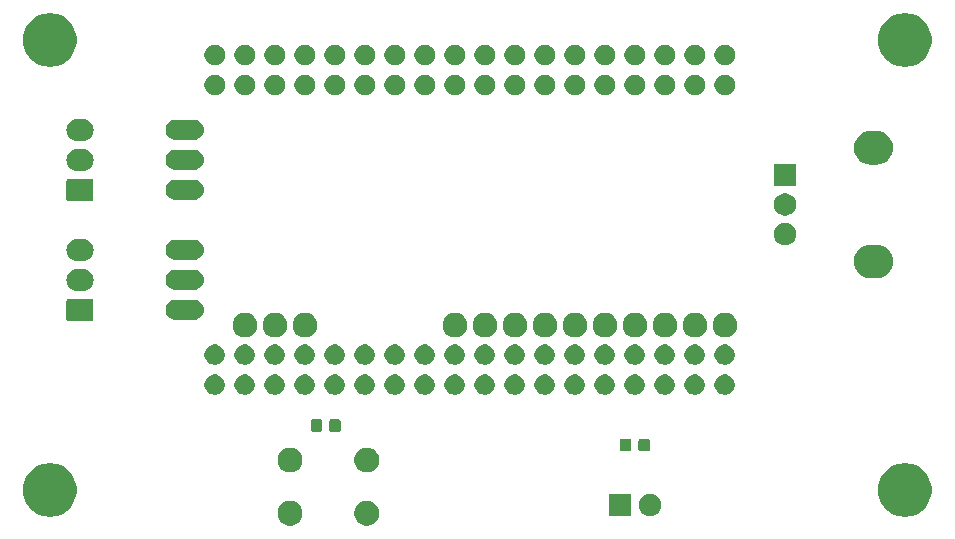
<source format=gbr>
G04 #@! TF.GenerationSoftware,KiCad,Pcbnew,(5.1.5-0-10_14)*
G04 #@! TF.CreationDate,2020-06-19T17:07:22+01:00*
G04 #@! TF.ProjectId,AIL_Workshop,41494c5f-576f-4726-9b73-686f702e6b69,rev?*
G04 #@! TF.SameCoordinates,Original*
G04 #@! TF.FileFunction,Soldermask,Top*
G04 #@! TF.FilePolarity,Negative*
%FSLAX46Y46*%
G04 Gerber Fmt 4.6, Leading zero omitted, Abs format (unit mm)*
G04 Created by KiCad (PCBNEW (5.1.5-0-10_14)) date 2020-06-19 17:07:22*
%MOMM*%
%LPD*%
G04 APERTURE LIST*
%ADD10C,0.100000*%
G04 APERTURE END LIST*
D10*
G36*
X124916564Y-102549389D02*
G01*
X125107833Y-102628615D01*
X125107835Y-102628616D01*
X125255423Y-102727231D01*
X125279973Y-102743635D01*
X125426365Y-102890027D01*
X125541385Y-103062167D01*
X125620611Y-103253436D01*
X125661000Y-103456484D01*
X125661000Y-103663516D01*
X125620611Y-103866564D01*
X125541385Y-104057833D01*
X125541384Y-104057835D01*
X125426365Y-104229973D01*
X125279973Y-104376365D01*
X125107835Y-104491384D01*
X125107834Y-104491385D01*
X125107833Y-104491385D01*
X124916564Y-104570611D01*
X124713516Y-104611000D01*
X124506484Y-104611000D01*
X124303436Y-104570611D01*
X124112167Y-104491385D01*
X124112166Y-104491385D01*
X124112165Y-104491384D01*
X123940027Y-104376365D01*
X123793635Y-104229973D01*
X123678616Y-104057835D01*
X123678615Y-104057833D01*
X123599389Y-103866564D01*
X123559000Y-103663516D01*
X123559000Y-103456484D01*
X123599389Y-103253436D01*
X123678615Y-103062167D01*
X123793635Y-102890027D01*
X123940027Y-102743635D01*
X123964577Y-102727231D01*
X124112165Y-102628616D01*
X124112167Y-102628615D01*
X124303436Y-102549389D01*
X124506484Y-102509000D01*
X124713516Y-102509000D01*
X124916564Y-102549389D01*
G37*
G36*
X118416564Y-102549389D02*
G01*
X118607833Y-102628615D01*
X118607835Y-102628616D01*
X118755423Y-102727231D01*
X118779973Y-102743635D01*
X118926365Y-102890027D01*
X119041385Y-103062167D01*
X119120611Y-103253436D01*
X119161000Y-103456484D01*
X119161000Y-103663516D01*
X119120611Y-103866564D01*
X119041385Y-104057833D01*
X119041384Y-104057835D01*
X118926365Y-104229973D01*
X118779973Y-104376365D01*
X118607835Y-104491384D01*
X118607834Y-104491385D01*
X118607833Y-104491385D01*
X118416564Y-104570611D01*
X118213516Y-104611000D01*
X118006484Y-104611000D01*
X117803436Y-104570611D01*
X117612167Y-104491385D01*
X117612166Y-104491385D01*
X117612165Y-104491384D01*
X117440027Y-104376365D01*
X117293635Y-104229973D01*
X117178616Y-104057835D01*
X117178615Y-104057833D01*
X117099389Y-103866564D01*
X117059000Y-103663516D01*
X117059000Y-103456484D01*
X117099389Y-103253436D01*
X117178615Y-103062167D01*
X117293635Y-102890027D01*
X117440027Y-102743635D01*
X117464577Y-102727231D01*
X117612165Y-102628616D01*
X117612167Y-102628615D01*
X117803436Y-102549389D01*
X118006484Y-102509000D01*
X118213516Y-102509000D01*
X118416564Y-102549389D01*
G37*
G36*
X170455880Y-99359776D02*
G01*
X170836593Y-99435504D01*
X171246249Y-99605189D01*
X171614929Y-99851534D01*
X171928466Y-100165071D01*
X172174811Y-100533751D01*
X172344496Y-100943407D01*
X172431000Y-101378296D01*
X172431000Y-101821704D01*
X172344496Y-102256593D01*
X172174811Y-102666249D01*
X171928466Y-103034929D01*
X171614929Y-103348466D01*
X171246249Y-103594811D01*
X170836593Y-103764496D01*
X170455880Y-103840224D01*
X170401705Y-103851000D01*
X169958295Y-103851000D01*
X169904120Y-103840224D01*
X169523407Y-103764496D01*
X169113751Y-103594811D01*
X168745071Y-103348466D01*
X168431534Y-103034929D01*
X168185189Y-102666249D01*
X168015504Y-102256593D01*
X167929000Y-101821704D01*
X167929000Y-101378296D01*
X168015504Y-100943407D01*
X168185189Y-100533751D01*
X168431534Y-100165071D01*
X168745071Y-99851534D01*
X169113751Y-99605189D01*
X169523407Y-99435504D01*
X169904120Y-99359776D01*
X169958295Y-99349000D01*
X170401705Y-99349000D01*
X170455880Y-99359776D01*
G37*
G36*
X98065880Y-99359776D02*
G01*
X98446593Y-99435504D01*
X98856249Y-99605189D01*
X99224929Y-99851534D01*
X99538466Y-100165071D01*
X99784811Y-100533751D01*
X99954496Y-100943407D01*
X100041000Y-101378296D01*
X100041000Y-101821704D01*
X99954496Y-102256593D01*
X99784811Y-102666249D01*
X99538466Y-103034929D01*
X99224929Y-103348466D01*
X98856249Y-103594811D01*
X98446593Y-103764496D01*
X98065880Y-103840224D01*
X98011705Y-103851000D01*
X97568295Y-103851000D01*
X97514120Y-103840224D01*
X97133407Y-103764496D01*
X96723751Y-103594811D01*
X96355071Y-103348466D01*
X96041534Y-103034929D01*
X95795189Y-102666249D01*
X95625504Y-102256593D01*
X95539000Y-101821704D01*
X95539000Y-101378296D01*
X95625504Y-100943407D01*
X95795189Y-100533751D01*
X96041534Y-100165071D01*
X96355071Y-99851534D01*
X96723751Y-99605189D01*
X97133407Y-99435504D01*
X97514120Y-99359776D01*
X97568295Y-99349000D01*
X98011705Y-99349000D01*
X98065880Y-99359776D01*
G37*
G36*
X148867395Y-101955546D02*
G01*
X149040466Y-102027234D01*
X149040467Y-102027235D01*
X149196227Y-102131310D01*
X149328690Y-102263773D01*
X149328691Y-102263775D01*
X149432766Y-102419534D01*
X149504454Y-102592605D01*
X149541000Y-102776333D01*
X149541000Y-102963667D01*
X149504454Y-103147395D01*
X149432766Y-103320466D01*
X149432765Y-103320467D01*
X149328690Y-103476227D01*
X149196227Y-103608690D01*
X149155968Y-103635590D01*
X149040466Y-103712766D01*
X148867395Y-103784454D01*
X148683667Y-103821000D01*
X148496333Y-103821000D01*
X148312605Y-103784454D01*
X148139534Y-103712766D01*
X148024032Y-103635590D01*
X147983773Y-103608690D01*
X147851310Y-103476227D01*
X147747235Y-103320467D01*
X147747234Y-103320466D01*
X147675546Y-103147395D01*
X147639000Y-102963667D01*
X147639000Y-102776333D01*
X147675546Y-102592605D01*
X147747234Y-102419534D01*
X147851309Y-102263775D01*
X147851310Y-102263773D01*
X147983773Y-102131310D01*
X148139533Y-102027235D01*
X148139534Y-102027234D01*
X148312605Y-101955546D01*
X148496333Y-101919000D01*
X148683667Y-101919000D01*
X148867395Y-101955546D01*
G37*
G36*
X147001000Y-103821000D02*
G01*
X145099000Y-103821000D01*
X145099000Y-101919000D01*
X147001000Y-101919000D01*
X147001000Y-103821000D01*
G37*
G36*
X124916564Y-98049389D02*
G01*
X125107833Y-98128615D01*
X125107835Y-98128616D01*
X125169158Y-98169591D01*
X125279973Y-98243635D01*
X125426365Y-98390027D01*
X125541385Y-98562167D01*
X125620611Y-98753436D01*
X125661000Y-98956484D01*
X125661000Y-99163516D01*
X125620611Y-99366564D01*
X125545044Y-99549000D01*
X125541384Y-99557835D01*
X125426365Y-99729973D01*
X125279973Y-99876365D01*
X125107835Y-99991384D01*
X125107834Y-99991385D01*
X125107833Y-99991385D01*
X124916564Y-100070611D01*
X124713516Y-100111000D01*
X124506484Y-100111000D01*
X124303436Y-100070611D01*
X124112167Y-99991385D01*
X124112166Y-99991385D01*
X124112165Y-99991384D01*
X123940027Y-99876365D01*
X123793635Y-99729973D01*
X123678616Y-99557835D01*
X123674956Y-99549000D01*
X123599389Y-99366564D01*
X123559000Y-99163516D01*
X123559000Y-98956484D01*
X123599389Y-98753436D01*
X123678615Y-98562167D01*
X123793635Y-98390027D01*
X123940027Y-98243635D01*
X124050842Y-98169591D01*
X124112165Y-98128616D01*
X124112167Y-98128615D01*
X124303436Y-98049389D01*
X124506484Y-98009000D01*
X124713516Y-98009000D01*
X124916564Y-98049389D01*
G37*
G36*
X118416564Y-98049389D02*
G01*
X118607833Y-98128615D01*
X118607835Y-98128616D01*
X118669158Y-98169591D01*
X118779973Y-98243635D01*
X118926365Y-98390027D01*
X119041385Y-98562167D01*
X119120611Y-98753436D01*
X119161000Y-98956484D01*
X119161000Y-99163516D01*
X119120611Y-99366564D01*
X119045044Y-99549000D01*
X119041384Y-99557835D01*
X118926365Y-99729973D01*
X118779973Y-99876365D01*
X118607835Y-99991384D01*
X118607834Y-99991385D01*
X118607833Y-99991385D01*
X118416564Y-100070611D01*
X118213516Y-100111000D01*
X118006484Y-100111000D01*
X117803436Y-100070611D01*
X117612167Y-99991385D01*
X117612166Y-99991385D01*
X117612165Y-99991384D01*
X117440027Y-99876365D01*
X117293635Y-99729973D01*
X117178616Y-99557835D01*
X117174956Y-99549000D01*
X117099389Y-99366564D01*
X117059000Y-99163516D01*
X117059000Y-98956484D01*
X117099389Y-98753436D01*
X117178615Y-98562167D01*
X117293635Y-98390027D01*
X117440027Y-98243635D01*
X117550842Y-98169591D01*
X117612165Y-98128616D01*
X117612167Y-98128615D01*
X117803436Y-98049389D01*
X118006484Y-98009000D01*
X118213516Y-98009000D01*
X118416564Y-98049389D01*
G37*
G36*
X148449591Y-97268085D02*
G01*
X148483569Y-97278393D01*
X148514890Y-97295134D01*
X148542339Y-97317661D01*
X148564866Y-97345110D01*
X148581607Y-97376431D01*
X148591915Y-97410409D01*
X148596000Y-97451890D01*
X148596000Y-98128110D01*
X148591915Y-98169591D01*
X148581607Y-98203569D01*
X148564866Y-98234890D01*
X148542339Y-98262339D01*
X148514890Y-98284866D01*
X148483569Y-98301607D01*
X148449591Y-98311915D01*
X148408110Y-98316000D01*
X147806890Y-98316000D01*
X147765409Y-98311915D01*
X147731431Y-98301607D01*
X147700110Y-98284866D01*
X147672661Y-98262339D01*
X147650134Y-98234890D01*
X147633393Y-98203569D01*
X147623085Y-98169591D01*
X147619000Y-98128110D01*
X147619000Y-97451890D01*
X147623085Y-97410409D01*
X147633393Y-97376431D01*
X147650134Y-97345110D01*
X147672661Y-97317661D01*
X147700110Y-97295134D01*
X147731431Y-97278393D01*
X147765409Y-97268085D01*
X147806890Y-97264000D01*
X148408110Y-97264000D01*
X148449591Y-97268085D01*
G37*
G36*
X146874591Y-97268085D02*
G01*
X146908569Y-97278393D01*
X146939890Y-97295134D01*
X146967339Y-97317661D01*
X146989866Y-97345110D01*
X147006607Y-97376431D01*
X147016915Y-97410409D01*
X147021000Y-97451890D01*
X147021000Y-98128110D01*
X147016915Y-98169591D01*
X147006607Y-98203569D01*
X146989866Y-98234890D01*
X146967339Y-98262339D01*
X146939890Y-98284866D01*
X146908569Y-98301607D01*
X146874591Y-98311915D01*
X146833110Y-98316000D01*
X146231890Y-98316000D01*
X146190409Y-98311915D01*
X146156431Y-98301607D01*
X146125110Y-98284866D01*
X146097661Y-98262339D01*
X146075134Y-98234890D01*
X146058393Y-98203569D01*
X146048085Y-98169591D01*
X146044000Y-98128110D01*
X146044000Y-97451890D01*
X146048085Y-97410409D01*
X146058393Y-97376431D01*
X146075134Y-97345110D01*
X146097661Y-97317661D01*
X146125110Y-97295134D01*
X146156431Y-97278393D01*
X146190409Y-97268085D01*
X146231890Y-97264000D01*
X146833110Y-97264000D01*
X146874591Y-97268085D01*
G37*
G36*
X122262091Y-95613086D02*
G01*
X122296069Y-95623394D01*
X122327390Y-95640135D01*
X122354839Y-95662662D01*
X122377366Y-95690111D01*
X122394107Y-95721432D01*
X122404415Y-95755410D01*
X122408500Y-95796891D01*
X122408500Y-96473111D01*
X122404415Y-96514592D01*
X122394107Y-96548570D01*
X122377366Y-96579891D01*
X122354839Y-96607340D01*
X122327390Y-96629867D01*
X122296069Y-96646608D01*
X122262091Y-96656916D01*
X122220610Y-96661001D01*
X121619390Y-96661001D01*
X121577909Y-96656916D01*
X121543931Y-96646608D01*
X121512610Y-96629867D01*
X121485161Y-96607340D01*
X121462634Y-96579891D01*
X121445893Y-96548570D01*
X121435585Y-96514592D01*
X121431500Y-96473111D01*
X121431500Y-95796891D01*
X121435585Y-95755410D01*
X121445893Y-95721432D01*
X121462634Y-95690111D01*
X121485161Y-95662662D01*
X121512610Y-95640135D01*
X121543931Y-95623394D01*
X121577909Y-95613086D01*
X121619390Y-95609001D01*
X122220610Y-95609001D01*
X122262091Y-95613086D01*
G37*
G36*
X120687091Y-95613086D02*
G01*
X120721069Y-95623394D01*
X120752390Y-95640135D01*
X120779839Y-95662662D01*
X120802366Y-95690111D01*
X120819107Y-95721432D01*
X120829415Y-95755410D01*
X120833500Y-95796891D01*
X120833500Y-96473111D01*
X120829415Y-96514592D01*
X120819107Y-96548570D01*
X120802366Y-96579891D01*
X120779839Y-96607340D01*
X120752390Y-96629867D01*
X120721069Y-96646608D01*
X120687091Y-96656916D01*
X120645610Y-96661001D01*
X120044390Y-96661001D01*
X120002909Y-96656916D01*
X119968931Y-96646608D01*
X119937610Y-96629867D01*
X119910161Y-96607340D01*
X119887634Y-96579891D01*
X119870893Y-96548570D01*
X119860585Y-96514592D01*
X119856500Y-96473111D01*
X119856500Y-95796891D01*
X119860585Y-95755410D01*
X119870893Y-95721432D01*
X119887634Y-95690111D01*
X119910161Y-95662662D01*
X119937610Y-95640135D01*
X119968931Y-95623394D01*
X120002909Y-95613086D01*
X120044390Y-95609001D01*
X120645610Y-95609001D01*
X120687091Y-95613086D01*
G37*
G36*
X137382725Y-91850410D02*
G01*
X137539890Y-91915510D01*
X137681335Y-92010021D01*
X137801624Y-92130310D01*
X137896135Y-92271755D01*
X137961235Y-92428920D01*
X137994422Y-92595766D01*
X137994422Y-92765880D01*
X137961235Y-92932726D01*
X137896135Y-93089891D01*
X137801624Y-93231336D01*
X137681335Y-93351625D01*
X137539890Y-93446136D01*
X137382725Y-93511236D01*
X137215879Y-93544423D01*
X137045765Y-93544423D01*
X136878919Y-93511236D01*
X136721754Y-93446136D01*
X136580309Y-93351625D01*
X136460020Y-93231336D01*
X136365509Y-93089891D01*
X136300409Y-92932726D01*
X136267222Y-92765880D01*
X136267222Y-92595766D01*
X136300409Y-92428920D01*
X136365509Y-92271755D01*
X136460020Y-92130310D01*
X136580309Y-92010021D01*
X136721754Y-91915510D01*
X136878919Y-91850410D01*
X137045765Y-91817223D01*
X137215879Y-91817223D01*
X137382725Y-91850410D01*
G37*
G36*
X111982725Y-91850410D02*
G01*
X112139890Y-91915510D01*
X112281335Y-92010021D01*
X112401624Y-92130310D01*
X112496135Y-92271755D01*
X112561235Y-92428920D01*
X112594422Y-92595766D01*
X112594422Y-92765880D01*
X112561235Y-92932726D01*
X112496135Y-93089891D01*
X112401624Y-93231336D01*
X112281335Y-93351625D01*
X112139890Y-93446136D01*
X111982725Y-93511236D01*
X111815879Y-93544423D01*
X111645765Y-93544423D01*
X111478919Y-93511236D01*
X111321754Y-93446136D01*
X111180309Y-93351625D01*
X111060020Y-93231336D01*
X110965509Y-93089891D01*
X110900409Y-92932726D01*
X110867222Y-92765880D01*
X110867222Y-92595766D01*
X110900409Y-92428920D01*
X110965509Y-92271755D01*
X111060020Y-92130310D01*
X111180309Y-92010021D01*
X111321754Y-91915510D01*
X111478919Y-91850410D01*
X111645765Y-91817223D01*
X111815879Y-91817223D01*
X111982725Y-91850410D01*
G37*
G36*
X155162725Y-91850410D02*
G01*
X155319890Y-91915510D01*
X155461335Y-92010021D01*
X155581624Y-92130310D01*
X155676135Y-92271755D01*
X155741235Y-92428920D01*
X155774422Y-92595766D01*
X155774422Y-92765880D01*
X155741235Y-92932726D01*
X155676135Y-93089891D01*
X155581624Y-93231336D01*
X155461335Y-93351625D01*
X155319890Y-93446136D01*
X155162725Y-93511236D01*
X154995879Y-93544423D01*
X154825765Y-93544423D01*
X154658919Y-93511236D01*
X154501754Y-93446136D01*
X154360309Y-93351625D01*
X154240020Y-93231336D01*
X154145509Y-93089891D01*
X154080409Y-92932726D01*
X154047222Y-92765880D01*
X154047222Y-92595766D01*
X154080409Y-92428920D01*
X154145509Y-92271755D01*
X154240020Y-92130310D01*
X154360309Y-92010021D01*
X154501754Y-91915510D01*
X154658919Y-91850410D01*
X154825765Y-91817223D01*
X154995879Y-91817223D01*
X155162725Y-91850410D01*
G37*
G36*
X152622725Y-91850410D02*
G01*
X152779890Y-91915510D01*
X152921335Y-92010021D01*
X153041624Y-92130310D01*
X153136135Y-92271755D01*
X153201235Y-92428920D01*
X153234422Y-92595766D01*
X153234422Y-92765880D01*
X153201235Y-92932726D01*
X153136135Y-93089891D01*
X153041624Y-93231336D01*
X152921335Y-93351625D01*
X152779890Y-93446136D01*
X152622725Y-93511236D01*
X152455879Y-93544423D01*
X152285765Y-93544423D01*
X152118919Y-93511236D01*
X151961754Y-93446136D01*
X151820309Y-93351625D01*
X151700020Y-93231336D01*
X151605509Y-93089891D01*
X151540409Y-92932726D01*
X151507222Y-92765880D01*
X151507222Y-92595766D01*
X151540409Y-92428920D01*
X151605509Y-92271755D01*
X151700020Y-92130310D01*
X151820309Y-92010021D01*
X151961754Y-91915510D01*
X152118919Y-91850410D01*
X152285765Y-91817223D01*
X152455879Y-91817223D01*
X152622725Y-91850410D01*
G37*
G36*
X150082725Y-91850410D02*
G01*
X150239890Y-91915510D01*
X150381335Y-92010021D01*
X150501624Y-92130310D01*
X150596135Y-92271755D01*
X150661235Y-92428920D01*
X150694422Y-92595766D01*
X150694422Y-92765880D01*
X150661235Y-92932726D01*
X150596135Y-93089891D01*
X150501624Y-93231336D01*
X150381335Y-93351625D01*
X150239890Y-93446136D01*
X150082725Y-93511236D01*
X149915879Y-93544423D01*
X149745765Y-93544423D01*
X149578919Y-93511236D01*
X149421754Y-93446136D01*
X149280309Y-93351625D01*
X149160020Y-93231336D01*
X149065509Y-93089891D01*
X149000409Y-92932726D01*
X148967222Y-92765880D01*
X148967222Y-92595766D01*
X149000409Y-92428920D01*
X149065509Y-92271755D01*
X149160020Y-92130310D01*
X149280309Y-92010021D01*
X149421754Y-91915510D01*
X149578919Y-91850410D01*
X149745765Y-91817223D01*
X149915879Y-91817223D01*
X150082725Y-91850410D01*
G37*
G36*
X147542725Y-91850410D02*
G01*
X147699890Y-91915510D01*
X147841335Y-92010021D01*
X147961624Y-92130310D01*
X148056135Y-92271755D01*
X148121235Y-92428920D01*
X148154422Y-92595766D01*
X148154422Y-92765880D01*
X148121235Y-92932726D01*
X148056135Y-93089891D01*
X147961624Y-93231336D01*
X147841335Y-93351625D01*
X147699890Y-93446136D01*
X147542725Y-93511236D01*
X147375879Y-93544423D01*
X147205765Y-93544423D01*
X147038919Y-93511236D01*
X146881754Y-93446136D01*
X146740309Y-93351625D01*
X146620020Y-93231336D01*
X146525509Y-93089891D01*
X146460409Y-92932726D01*
X146427222Y-92765880D01*
X146427222Y-92595766D01*
X146460409Y-92428920D01*
X146525509Y-92271755D01*
X146620020Y-92130310D01*
X146740309Y-92010021D01*
X146881754Y-91915510D01*
X147038919Y-91850410D01*
X147205765Y-91817223D01*
X147375879Y-91817223D01*
X147542725Y-91850410D01*
G37*
G36*
X145002725Y-91850410D02*
G01*
X145159890Y-91915510D01*
X145301335Y-92010021D01*
X145421624Y-92130310D01*
X145516135Y-92271755D01*
X145581235Y-92428920D01*
X145614422Y-92595766D01*
X145614422Y-92765880D01*
X145581235Y-92932726D01*
X145516135Y-93089891D01*
X145421624Y-93231336D01*
X145301335Y-93351625D01*
X145159890Y-93446136D01*
X145002725Y-93511236D01*
X144835879Y-93544423D01*
X144665765Y-93544423D01*
X144498919Y-93511236D01*
X144341754Y-93446136D01*
X144200309Y-93351625D01*
X144080020Y-93231336D01*
X143985509Y-93089891D01*
X143920409Y-92932726D01*
X143887222Y-92765880D01*
X143887222Y-92595766D01*
X143920409Y-92428920D01*
X143985509Y-92271755D01*
X144080020Y-92130310D01*
X144200309Y-92010021D01*
X144341754Y-91915510D01*
X144498919Y-91850410D01*
X144665765Y-91817223D01*
X144835879Y-91817223D01*
X145002725Y-91850410D01*
G37*
G36*
X142462725Y-91850410D02*
G01*
X142619890Y-91915510D01*
X142761335Y-92010021D01*
X142881624Y-92130310D01*
X142976135Y-92271755D01*
X143041235Y-92428920D01*
X143074422Y-92595766D01*
X143074422Y-92765880D01*
X143041235Y-92932726D01*
X142976135Y-93089891D01*
X142881624Y-93231336D01*
X142761335Y-93351625D01*
X142619890Y-93446136D01*
X142462725Y-93511236D01*
X142295879Y-93544423D01*
X142125765Y-93544423D01*
X141958919Y-93511236D01*
X141801754Y-93446136D01*
X141660309Y-93351625D01*
X141540020Y-93231336D01*
X141445509Y-93089891D01*
X141380409Y-92932726D01*
X141347222Y-92765880D01*
X141347222Y-92595766D01*
X141380409Y-92428920D01*
X141445509Y-92271755D01*
X141540020Y-92130310D01*
X141660309Y-92010021D01*
X141801754Y-91915510D01*
X141958919Y-91850410D01*
X142125765Y-91817223D01*
X142295879Y-91817223D01*
X142462725Y-91850410D01*
G37*
G36*
X139922725Y-91850410D02*
G01*
X140079890Y-91915510D01*
X140221335Y-92010021D01*
X140341624Y-92130310D01*
X140436135Y-92271755D01*
X140501235Y-92428920D01*
X140534422Y-92595766D01*
X140534422Y-92765880D01*
X140501235Y-92932726D01*
X140436135Y-93089891D01*
X140341624Y-93231336D01*
X140221335Y-93351625D01*
X140079890Y-93446136D01*
X139922725Y-93511236D01*
X139755879Y-93544423D01*
X139585765Y-93544423D01*
X139418919Y-93511236D01*
X139261754Y-93446136D01*
X139120309Y-93351625D01*
X139000020Y-93231336D01*
X138905509Y-93089891D01*
X138840409Y-92932726D01*
X138807222Y-92765880D01*
X138807222Y-92595766D01*
X138840409Y-92428920D01*
X138905509Y-92271755D01*
X139000020Y-92130310D01*
X139120309Y-92010021D01*
X139261754Y-91915510D01*
X139418919Y-91850410D01*
X139585765Y-91817223D01*
X139755879Y-91817223D01*
X139922725Y-91850410D01*
G37*
G36*
X134842725Y-91850410D02*
G01*
X134999890Y-91915510D01*
X135141335Y-92010021D01*
X135261624Y-92130310D01*
X135356135Y-92271755D01*
X135421235Y-92428920D01*
X135454422Y-92595766D01*
X135454422Y-92765880D01*
X135421235Y-92932726D01*
X135356135Y-93089891D01*
X135261624Y-93231336D01*
X135141335Y-93351625D01*
X134999890Y-93446136D01*
X134842725Y-93511236D01*
X134675879Y-93544423D01*
X134505765Y-93544423D01*
X134338919Y-93511236D01*
X134181754Y-93446136D01*
X134040309Y-93351625D01*
X133920020Y-93231336D01*
X133825509Y-93089891D01*
X133760409Y-92932726D01*
X133727222Y-92765880D01*
X133727222Y-92595766D01*
X133760409Y-92428920D01*
X133825509Y-92271755D01*
X133920020Y-92130310D01*
X134040309Y-92010021D01*
X134181754Y-91915510D01*
X134338919Y-91850410D01*
X134505765Y-91817223D01*
X134675879Y-91817223D01*
X134842725Y-91850410D01*
G37*
G36*
X132302725Y-91850410D02*
G01*
X132459890Y-91915510D01*
X132601335Y-92010021D01*
X132721624Y-92130310D01*
X132816135Y-92271755D01*
X132881235Y-92428920D01*
X132914422Y-92595766D01*
X132914422Y-92765880D01*
X132881235Y-92932726D01*
X132816135Y-93089891D01*
X132721624Y-93231336D01*
X132601335Y-93351625D01*
X132459890Y-93446136D01*
X132302725Y-93511236D01*
X132135879Y-93544423D01*
X131965765Y-93544423D01*
X131798919Y-93511236D01*
X131641754Y-93446136D01*
X131500309Y-93351625D01*
X131380020Y-93231336D01*
X131285509Y-93089891D01*
X131220409Y-92932726D01*
X131187222Y-92765880D01*
X131187222Y-92595766D01*
X131220409Y-92428920D01*
X131285509Y-92271755D01*
X131380020Y-92130310D01*
X131500309Y-92010021D01*
X131641754Y-91915510D01*
X131798919Y-91850410D01*
X131965765Y-91817223D01*
X132135879Y-91817223D01*
X132302725Y-91850410D01*
G37*
G36*
X129762725Y-91850410D02*
G01*
X129919890Y-91915510D01*
X130061335Y-92010021D01*
X130181624Y-92130310D01*
X130276135Y-92271755D01*
X130341235Y-92428920D01*
X130374422Y-92595766D01*
X130374422Y-92765880D01*
X130341235Y-92932726D01*
X130276135Y-93089891D01*
X130181624Y-93231336D01*
X130061335Y-93351625D01*
X129919890Y-93446136D01*
X129762725Y-93511236D01*
X129595879Y-93544423D01*
X129425765Y-93544423D01*
X129258919Y-93511236D01*
X129101754Y-93446136D01*
X128960309Y-93351625D01*
X128840020Y-93231336D01*
X128745509Y-93089891D01*
X128680409Y-92932726D01*
X128647222Y-92765880D01*
X128647222Y-92595766D01*
X128680409Y-92428920D01*
X128745509Y-92271755D01*
X128840020Y-92130310D01*
X128960309Y-92010021D01*
X129101754Y-91915510D01*
X129258919Y-91850410D01*
X129425765Y-91817223D01*
X129595879Y-91817223D01*
X129762725Y-91850410D01*
G37*
G36*
X127222725Y-91850410D02*
G01*
X127379890Y-91915510D01*
X127521335Y-92010021D01*
X127641624Y-92130310D01*
X127736135Y-92271755D01*
X127801235Y-92428920D01*
X127834422Y-92595766D01*
X127834422Y-92765880D01*
X127801235Y-92932726D01*
X127736135Y-93089891D01*
X127641624Y-93231336D01*
X127521335Y-93351625D01*
X127379890Y-93446136D01*
X127222725Y-93511236D01*
X127055879Y-93544423D01*
X126885765Y-93544423D01*
X126718919Y-93511236D01*
X126561754Y-93446136D01*
X126420309Y-93351625D01*
X126300020Y-93231336D01*
X126205509Y-93089891D01*
X126140409Y-92932726D01*
X126107222Y-92765880D01*
X126107222Y-92595766D01*
X126140409Y-92428920D01*
X126205509Y-92271755D01*
X126300020Y-92130310D01*
X126420309Y-92010021D01*
X126561754Y-91915510D01*
X126718919Y-91850410D01*
X126885765Y-91817223D01*
X127055879Y-91817223D01*
X127222725Y-91850410D01*
G37*
G36*
X124682725Y-91850410D02*
G01*
X124839890Y-91915510D01*
X124981335Y-92010021D01*
X125101624Y-92130310D01*
X125196135Y-92271755D01*
X125261235Y-92428920D01*
X125294422Y-92595766D01*
X125294422Y-92765880D01*
X125261235Y-92932726D01*
X125196135Y-93089891D01*
X125101624Y-93231336D01*
X124981335Y-93351625D01*
X124839890Y-93446136D01*
X124682725Y-93511236D01*
X124515879Y-93544423D01*
X124345765Y-93544423D01*
X124178919Y-93511236D01*
X124021754Y-93446136D01*
X123880309Y-93351625D01*
X123760020Y-93231336D01*
X123665509Y-93089891D01*
X123600409Y-92932726D01*
X123567222Y-92765880D01*
X123567222Y-92595766D01*
X123600409Y-92428920D01*
X123665509Y-92271755D01*
X123760020Y-92130310D01*
X123880309Y-92010021D01*
X124021754Y-91915510D01*
X124178919Y-91850410D01*
X124345765Y-91817223D01*
X124515879Y-91817223D01*
X124682725Y-91850410D01*
G37*
G36*
X122142725Y-91850410D02*
G01*
X122299890Y-91915510D01*
X122441335Y-92010021D01*
X122561624Y-92130310D01*
X122656135Y-92271755D01*
X122721235Y-92428920D01*
X122754422Y-92595766D01*
X122754422Y-92765880D01*
X122721235Y-92932726D01*
X122656135Y-93089891D01*
X122561624Y-93231336D01*
X122441335Y-93351625D01*
X122299890Y-93446136D01*
X122142725Y-93511236D01*
X121975879Y-93544423D01*
X121805765Y-93544423D01*
X121638919Y-93511236D01*
X121481754Y-93446136D01*
X121340309Y-93351625D01*
X121220020Y-93231336D01*
X121125509Y-93089891D01*
X121060409Y-92932726D01*
X121027222Y-92765880D01*
X121027222Y-92595766D01*
X121060409Y-92428920D01*
X121125509Y-92271755D01*
X121220020Y-92130310D01*
X121340309Y-92010021D01*
X121481754Y-91915510D01*
X121638919Y-91850410D01*
X121805765Y-91817223D01*
X121975879Y-91817223D01*
X122142725Y-91850410D01*
G37*
G36*
X119602725Y-91850410D02*
G01*
X119759890Y-91915510D01*
X119901335Y-92010021D01*
X120021624Y-92130310D01*
X120116135Y-92271755D01*
X120181235Y-92428920D01*
X120214422Y-92595766D01*
X120214422Y-92765880D01*
X120181235Y-92932726D01*
X120116135Y-93089891D01*
X120021624Y-93231336D01*
X119901335Y-93351625D01*
X119759890Y-93446136D01*
X119602725Y-93511236D01*
X119435879Y-93544423D01*
X119265765Y-93544423D01*
X119098919Y-93511236D01*
X118941754Y-93446136D01*
X118800309Y-93351625D01*
X118680020Y-93231336D01*
X118585509Y-93089891D01*
X118520409Y-92932726D01*
X118487222Y-92765880D01*
X118487222Y-92595766D01*
X118520409Y-92428920D01*
X118585509Y-92271755D01*
X118680020Y-92130310D01*
X118800309Y-92010021D01*
X118941754Y-91915510D01*
X119098919Y-91850410D01*
X119265765Y-91817223D01*
X119435879Y-91817223D01*
X119602725Y-91850410D01*
G37*
G36*
X117062725Y-91850410D02*
G01*
X117219890Y-91915510D01*
X117361335Y-92010021D01*
X117481624Y-92130310D01*
X117576135Y-92271755D01*
X117641235Y-92428920D01*
X117674422Y-92595766D01*
X117674422Y-92765880D01*
X117641235Y-92932726D01*
X117576135Y-93089891D01*
X117481624Y-93231336D01*
X117361335Y-93351625D01*
X117219890Y-93446136D01*
X117062725Y-93511236D01*
X116895879Y-93544423D01*
X116725765Y-93544423D01*
X116558919Y-93511236D01*
X116401754Y-93446136D01*
X116260309Y-93351625D01*
X116140020Y-93231336D01*
X116045509Y-93089891D01*
X115980409Y-92932726D01*
X115947222Y-92765880D01*
X115947222Y-92595766D01*
X115980409Y-92428920D01*
X116045509Y-92271755D01*
X116140020Y-92130310D01*
X116260309Y-92010021D01*
X116401754Y-91915510D01*
X116558919Y-91850410D01*
X116725765Y-91817223D01*
X116895879Y-91817223D01*
X117062725Y-91850410D01*
G37*
G36*
X114522725Y-91850410D02*
G01*
X114679890Y-91915510D01*
X114821335Y-92010021D01*
X114941624Y-92130310D01*
X115036135Y-92271755D01*
X115101235Y-92428920D01*
X115134422Y-92595766D01*
X115134422Y-92765880D01*
X115101235Y-92932726D01*
X115036135Y-93089891D01*
X114941624Y-93231336D01*
X114821335Y-93351625D01*
X114679890Y-93446136D01*
X114522725Y-93511236D01*
X114355879Y-93544423D01*
X114185765Y-93544423D01*
X114018919Y-93511236D01*
X113861754Y-93446136D01*
X113720309Y-93351625D01*
X113600020Y-93231336D01*
X113505509Y-93089891D01*
X113440409Y-92932726D01*
X113407222Y-92765880D01*
X113407222Y-92595766D01*
X113440409Y-92428920D01*
X113505509Y-92271755D01*
X113600020Y-92130310D01*
X113720309Y-92010021D01*
X113861754Y-91915510D01*
X114018919Y-91850410D01*
X114185765Y-91817223D01*
X114355879Y-91817223D01*
X114522725Y-91850410D01*
G37*
G36*
X127222725Y-89310410D02*
G01*
X127379890Y-89375510D01*
X127521335Y-89470021D01*
X127641624Y-89590310D01*
X127736135Y-89731755D01*
X127801235Y-89888920D01*
X127834422Y-90055766D01*
X127834422Y-90225880D01*
X127801235Y-90392726D01*
X127736135Y-90549891D01*
X127641624Y-90691336D01*
X127521335Y-90811625D01*
X127379890Y-90906136D01*
X127222725Y-90971236D01*
X127055879Y-91004423D01*
X126885765Y-91004423D01*
X126718919Y-90971236D01*
X126561754Y-90906136D01*
X126420309Y-90811625D01*
X126300020Y-90691336D01*
X126205509Y-90549891D01*
X126140409Y-90392726D01*
X126107222Y-90225880D01*
X126107222Y-90055766D01*
X126140409Y-89888920D01*
X126205509Y-89731755D01*
X126300020Y-89590310D01*
X126420309Y-89470021D01*
X126561754Y-89375510D01*
X126718919Y-89310410D01*
X126885765Y-89277223D01*
X127055879Y-89277223D01*
X127222725Y-89310410D01*
G37*
G36*
X155162725Y-89310410D02*
G01*
X155319890Y-89375510D01*
X155461335Y-89470021D01*
X155581624Y-89590310D01*
X155676135Y-89731755D01*
X155741235Y-89888920D01*
X155774422Y-90055766D01*
X155774422Y-90225880D01*
X155741235Y-90392726D01*
X155676135Y-90549891D01*
X155581624Y-90691336D01*
X155461335Y-90811625D01*
X155319890Y-90906136D01*
X155162725Y-90971236D01*
X154995879Y-91004423D01*
X154825765Y-91004423D01*
X154658919Y-90971236D01*
X154501754Y-90906136D01*
X154360309Y-90811625D01*
X154240020Y-90691336D01*
X154145509Y-90549891D01*
X154080409Y-90392726D01*
X154047222Y-90225880D01*
X154047222Y-90055766D01*
X154080409Y-89888920D01*
X154145509Y-89731755D01*
X154240020Y-89590310D01*
X154360309Y-89470021D01*
X154501754Y-89375510D01*
X154658919Y-89310410D01*
X154825765Y-89277223D01*
X154995879Y-89277223D01*
X155162725Y-89310410D01*
G37*
G36*
X124682725Y-89310410D02*
G01*
X124839890Y-89375510D01*
X124981335Y-89470021D01*
X125101624Y-89590310D01*
X125196135Y-89731755D01*
X125261235Y-89888920D01*
X125294422Y-90055766D01*
X125294422Y-90225880D01*
X125261235Y-90392726D01*
X125196135Y-90549891D01*
X125101624Y-90691336D01*
X124981335Y-90811625D01*
X124839890Y-90906136D01*
X124682725Y-90971236D01*
X124515879Y-91004423D01*
X124345765Y-91004423D01*
X124178919Y-90971236D01*
X124021754Y-90906136D01*
X123880309Y-90811625D01*
X123760020Y-90691336D01*
X123665509Y-90549891D01*
X123600409Y-90392726D01*
X123567222Y-90225880D01*
X123567222Y-90055766D01*
X123600409Y-89888920D01*
X123665509Y-89731755D01*
X123760020Y-89590310D01*
X123880309Y-89470021D01*
X124021754Y-89375510D01*
X124178919Y-89310410D01*
X124345765Y-89277223D01*
X124515879Y-89277223D01*
X124682725Y-89310410D01*
G37*
G36*
X152622725Y-89310410D02*
G01*
X152779890Y-89375510D01*
X152921335Y-89470021D01*
X153041624Y-89590310D01*
X153136135Y-89731755D01*
X153201235Y-89888920D01*
X153234422Y-90055766D01*
X153234422Y-90225880D01*
X153201235Y-90392726D01*
X153136135Y-90549891D01*
X153041624Y-90691336D01*
X152921335Y-90811625D01*
X152779890Y-90906136D01*
X152622725Y-90971236D01*
X152455879Y-91004423D01*
X152285765Y-91004423D01*
X152118919Y-90971236D01*
X151961754Y-90906136D01*
X151820309Y-90811625D01*
X151700020Y-90691336D01*
X151605509Y-90549891D01*
X151540409Y-90392726D01*
X151507222Y-90225880D01*
X151507222Y-90055766D01*
X151540409Y-89888920D01*
X151605509Y-89731755D01*
X151700020Y-89590310D01*
X151820309Y-89470021D01*
X151961754Y-89375510D01*
X152118919Y-89310410D01*
X152285765Y-89277223D01*
X152455879Y-89277223D01*
X152622725Y-89310410D01*
G37*
G36*
X122142725Y-89310410D02*
G01*
X122299890Y-89375510D01*
X122441335Y-89470021D01*
X122561624Y-89590310D01*
X122656135Y-89731755D01*
X122721235Y-89888920D01*
X122754422Y-90055766D01*
X122754422Y-90225880D01*
X122721235Y-90392726D01*
X122656135Y-90549891D01*
X122561624Y-90691336D01*
X122441335Y-90811625D01*
X122299890Y-90906136D01*
X122142725Y-90971236D01*
X121975879Y-91004423D01*
X121805765Y-91004423D01*
X121638919Y-90971236D01*
X121481754Y-90906136D01*
X121340309Y-90811625D01*
X121220020Y-90691336D01*
X121125509Y-90549891D01*
X121060409Y-90392726D01*
X121027222Y-90225880D01*
X121027222Y-90055766D01*
X121060409Y-89888920D01*
X121125509Y-89731755D01*
X121220020Y-89590310D01*
X121340309Y-89470021D01*
X121481754Y-89375510D01*
X121638919Y-89310410D01*
X121805765Y-89277223D01*
X121975879Y-89277223D01*
X122142725Y-89310410D01*
G37*
G36*
X150082725Y-89310410D02*
G01*
X150239890Y-89375510D01*
X150381335Y-89470021D01*
X150501624Y-89590310D01*
X150596135Y-89731755D01*
X150661235Y-89888920D01*
X150694422Y-90055766D01*
X150694422Y-90225880D01*
X150661235Y-90392726D01*
X150596135Y-90549891D01*
X150501624Y-90691336D01*
X150381335Y-90811625D01*
X150239890Y-90906136D01*
X150082725Y-90971236D01*
X149915879Y-91004423D01*
X149745765Y-91004423D01*
X149578919Y-90971236D01*
X149421754Y-90906136D01*
X149280309Y-90811625D01*
X149160020Y-90691336D01*
X149065509Y-90549891D01*
X149000409Y-90392726D01*
X148967222Y-90225880D01*
X148967222Y-90055766D01*
X149000409Y-89888920D01*
X149065509Y-89731755D01*
X149160020Y-89590310D01*
X149280309Y-89470021D01*
X149421754Y-89375510D01*
X149578919Y-89310410D01*
X149745765Y-89277223D01*
X149915879Y-89277223D01*
X150082725Y-89310410D01*
G37*
G36*
X119602725Y-89310410D02*
G01*
X119759890Y-89375510D01*
X119901335Y-89470021D01*
X120021624Y-89590310D01*
X120116135Y-89731755D01*
X120181235Y-89888920D01*
X120214422Y-90055766D01*
X120214422Y-90225880D01*
X120181235Y-90392726D01*
X120116135Y-90549891D01*
X120021624Y-90691336D01*
X119901335Y-90811625D01*
X119759890Y-90906136D01*
X119602725Y-90971236D01*
X119435879Y-91004423D01*
X119265765Y-91004423D01*
X119098919Y-90971236D01*
X118941754Y-90906136D01*
X118800309Y-90811625D01*
X118680020Y-90691336D01*
X118585509Y-90549891D01*
X118520409Y-90392726D01*
X118487222Y-90225880D01*
X118487222Y-90055766D01*
X118520409Y-89888920D01*
X118585509Y-89731755D01*
X118680020Y-89590310D01*
X118800309Y-89470021D01*
X118941754Y-89375510D01*
X119098919Y-89310410D01*
X119265765Y-89277223D01*
X119435879Y-89277223D01*
X119602725Y-89310410D01*
G37*
G36*
X147542725Y-89310410D02*
G01*
X147699890Y-89375510D01*
X147841335Y-89470021D01*
X147961624Y-89590310D01*
X148056135Y-89731755D01*
X148121235Y-89888920D01*
X148154422Y-90055766D01*
X148154422Y-90225880D01*
X148121235Y-90392726D01*
X148056135Y-90549891D01*
X147961624Y-90691336D01*
X147841335Y-90811625D01*
X147699890Y-90906136D01*
X147542725Y-90971236D01*
X147375879Y-91004423D01*
X147205765Y-91004423D01*
X147038919Y-90971236D01*
X146881754Y-90906136D01*
X146740309Y-90811625D01*
X146620020Y-90691336D01*
X146525509Y-90549891D01*
X146460409Y-90392726D01*
X146427222Y-90225880D01*
X146427222Y-90055766D01*
X146460409Y-89888920D01*
X146525509Y-89731755D01*
X146620020Y-89590310D01*
X146740309Y-89470021D01*
X146881754Y-89375510D01*
X147038919Y-89310410D01*
X147205765Y-89277223D01*
X147375879Y-89277223D01*
X147542725Y-89310410D01*
G37*
G36*
X117062725Y-89310410D02*
G01*
X117219890Y-89375510D01*
X117361335Y-89470021D01*
X117481624Y-89590310D01*
X117576135Y-89731755D01*
X117641235Y-89888920D01*
X117674422Y-90055766D01*
X117674422Y-90225880D01*
X117641235Y-90392726D01*
X117576135Y-90549891D01*
X117481624Y-90691336D01*
X117361335Y-90811625D01*
X117219890Y-90906136D01*
X117062725Y-90971236D01*
X116895879Y-91004423D01*
X116725765Y-91004423D01*
X116558919Y-90971236D01*
X116401754Y-90906136D01*
X116260309Y-90811625D01*
X116140020Y-90691336D01*
X116045509Y-90549891D01*
X115980409Y-90392726D01*
X115947222Y-90225880D01*
X115947222Y-90055766D01*
X115980409Y-89888920D01*
X116045509Y-89731755D01*
X116140020Y-89590310D01*
X116260309Y-89470021D01*
X116401754Y-89375510D01*
X116558919Y-89310410D01*
X116725765Y-89277223D01*
X116895879Y-89277223D01*
X117062725Y-89310410D01*
G37*
G36*
X145002725Y-89310410D02*
G01*
X145159890Y-89375510D01*
X145301335Y-89470021D01*
X145421624Y-89590310D01*
X145516135Y-89731755D01*
X145581235Y-89888920D01*
X145614422Y-90055766D01*
X145614422Y-90225880D01*
X145581235Y-90392726D01*
X145516135Y-90549891D01*
X145421624Y-90691336D01*
X145301335Y-90811625D01*
X145159890Y-90906136D01*
X145002725Y-90971236D01*
X144835879Y-91004423D01*
X144665765Y-91004423D01*
X144498919Y-90971236D01*
X144341754Y-90906136D01*
X144200309Y-90811625D01*
X144080020Y-90691336D01*
X143985509Y-90549891D01*
X143920409Y-90392726D01*
X143887222Y-90225880D01*
X143887222Y-90055766D01*
X143920409Y-89888920D01*
X143985509Y-89731755D01*
X144080020Y-89590310D01*
X144200309Y-89470021D01*
X144341754Y-89375510D01*
X144498919Y-89310410D01*
X144665765Y-89277223D01*
X144835879Y-89277223D01*
X145002725Y-89310410D01*
G37*
G36*
X114522725Y-89310410D02*
G01*
X114679890Y-89375510D01*
X114821335Y-89470021D01*
X114941624Y-89590310D01*
X115036135Y-89731755D01*
X115101235Y-89888920D01*
X115134422Y-90055766D01*
X115134422Y-90225880D01*
X115101235Y-90392726D01*
X115036135Y-90549891D01*
X114941624Y-90691336D01*
X114821335Y-90811625D01*
X114679890Y-90906136D01*
X114522725Y-90971236D01*
X114355879Y-91004423D01*
X114185765Y-91004423D01*
X114018919Y-90971236D01*
X113861754Y-90906136D01*
X113720309Y-90811625D01*
X113600020Y-90691336D01*
X113505509Y-90549891D01*
X113440409Y-90392726D01*
X113407222Y-90225880D01*
X113407222Y-90055766D01*
X113440409Y-89888920D01*
X113505509Y-89731755D01*
X113600020Y-89590310D01*
X113720309Y-89470021D01*
X113861754Y-89375510D01*
X114018919Y-89310410D01*
X114185765Y-89277223D01*
X114355879Y-89277223D01*
X114522725Y-89310410D01*
G37*
G36*
X142462725Y-89310410D02*
G01*
X142619890Y-89375510D01*
X142761335Y-89470021D01*
X142881624Y-89590310D01*
X142976135Y-89731755D01*
X143041235Y-89888920D01*
X143074422Y-90055766D01*
X143074422Y-90225880D01*
X143041235Y-90392726D01*
X142976135Y-90549891D01*
X142881624Y-90691336D01*
X142761335Y-90811625D01*
X142619890Y-90906136D01*
X142462725Y-90971236D01*
X142295879Y-91004423D01*
X142125765Y-91004423D01*
X141958919Y-90971236D01*
X141801754Y-90906136D01*
X141660309Y-90811625D01*
X141540020Y-90691336D01*
X141445509Y-90549891D01*
X141380409Y-90392726D01*
X141347222Y-90225880D01*
X141347222Y-90055766D01*
X141380409Y-89888920D01*
X141445509Y-89731755D01*
X141540020Y-89590310D01*
X141660309Y-89470021D01*
X141801754Y-89375510D01*
X141958919Y-89310410D01*
X142125765Y-89277223D01*
X142295879Y-89277223D01*
X142462725Y-89310410D01*
G37*
G36*
X111982725Y-89310410D02*
G01*
X112139890Y-89375510D01*
X112281335Y-89470021D01*
X112401624Y-89590310D01*
X112496135Y-89731755D01*
X112561235Y-89888920D01*
X112594422Y-90055766D01*
X112594422Y-90225880D01*
X112561235Y-90392726D01*
X112496135Y-90549891D01*
X112401624Y-90691336D01*
X112281335Y-90811625D01*
X112139890Y-90906136D01*
X111982725Y-90971236D01*
X111815879Y-91004423D01*
X111645765Y-91004423D01*
X111478919Y-90971236D01*
X111321754Y-90906136D01*
X111180309Y-90811625D01*
X111060020Y-90691336D01*
X110965509Y-90549891D01*
X110900409Y-90392726D01*
X110867222Y-90225880D01*
X110867222Y-90055766D01*
X110900409Y-89888920D01*
X110965509Y-89731755D01*
X111060020Y-89590310D01*
X111180309Y-89470021D01*
X111321754Y-89375510D01*
X111478919Y-89310410D01*
X111645765Y-89277223D01*
X111815879Y-89277223D01*
X111982725Y-89310410D01*
G37*
G36*
X139922725Y-89310410D02*
G01*
X140079890Y-89375510D01*
X140221335Y-89470021D01*
X140341624Y-89590310D01*
X140436135Y-89731755D01*
X140501235Y-89888920D01*
X140534422Y-90055766D01*
X140534422Y-90225880D01*
X140501235Y-90392726D01*
X140436135Y-90549891D01*
X140341624Y-90691336D01*
X140221335Y-90811625D01*
X140079890Y-90906136D01*
X139922725Y-90971236D01*
X139755879Y-91004423D01*
X139585765Y-91004423D01*
X139418919Y-90971236D01*
X139261754Y-90906136D01*
X139120309Y-90811625D01*
X139000020Y-90691336D01*
X138905509Y-90549891D01*
X138840409Y-90392726D01*
X138807222Y-90225880D01*
X138807222Y-90055766D01*
X138840409Y-89888920D01*
X138905509Y-89731755D01*
X139000020Y-89590310D01*
X139120309Y-89470021D01*
X139261754Y-89375510D01*
X139418919Y-89310410D01*
X139585765Y-89277223D01*
X139755879Y-89277223D01*
X139922725Y-89310410D01*
G37*
G36*
X137382725Y-89310410D02*
G01*
X137539890Y-89375510D01*
X137681335Y-89470021D01*
X137801624Y-89590310D01*
X137896135Y-89731755D01*
X137961235Y-89888920D01*
X137994422Y-90055766D01*
X137994422Y-90225880D01*
X137961235Y-90392726D01*
X137896135Y-90549891D01*
X137801624Y-90691336D01*
X137681335Y-90811625D01*
X137539890Y-90906136D01*
X137382725Y-90971236D01*
X137215879Y-91004423D01*
X137045765Y-91004423D01*
X136878919Y-90971236D01*
X136721754Y-90906136D01*
X136580309Y-90811625D01*
X136460020Y-90691336D01*
X136365509Y-90549891D01*
X136300409Y-90392726D01*
X136267222Y-90225880D01*
X136267222Y-90055766D01*
X136300409Y-89888920D01*
X136365509Y-89731755D01*
X136460020Y-89590310D01*
X136580309Y-89470021D01*
X136721754Y-89375510D01*
X136878919Y-89310410D01*
X137045765Y-89277223D01*
X137215879Y-89277223D01*
X137382725Y-89310410D01*
G37*
G36*
X134842725Y-89310410D02*
G01*
X134999890Y-89375510D01*
X135141335Y-89470021D01*
X135261624Y-89590310D01*
X135356135Y-89731755D01*
X135421235Y-89888920D01*
X135454422Y-90055766D01*
X135454422Y-90225880D01*
X135421235Y-90392726D01*
X135356135Y-90549891D01*
X135261624Y-90691336D01*
X135141335Y-90811625D01*
X134999890Y-90906136D01*
X134842725Y-90971236D01*
X134675879Y-91004423D01*
X134505765Y-91004423D01*
X134338919Y-90971236D01*
X134181754Y-90906136D01*
X134040309Y-90811625D01*
X133920020Y-90691336D01*
X133825509Y-90549891D01*
X133760409Y-90392726D01*
X133727222Y-90225880D01*
X133727222Y-90055766D01*
X133760409Y-89888920D01*
X133825509Y-89731755D01*
X133920020Y-89590310D01*
X134040309Y-89470021D01*
X134181754Y-89375510D01*
X134338919Y-89310410D01*
X134505765Y-89277223D01*
X134675879Y-89277223D01*
X134842725Y-89310410D01*
G37*
G36*
X132302725Y-89310410D02*
G01*
X132459890Y-89375510D01*
X132601335Y-89470021D01*
X132721624Y-89590310D01*
X132816135Y-89731755D01*
X132881235Y-89888920D01*
X132914422Y-90055766D01*
X132914422Y-90225880D01*
X132881235Y-90392726D01*
X132816135Y-90549891D01*
X132721624Y-90691336D01*
X132601335Y-90811625D01*
X132459890Y-90906136D01*
X132302725Y-90971236D01*
X132135879Y-91004423D01*
X131965765Y-91004423D01*
X131798919Y-90971236D01*
X131641754Y-90906136D01*
X131500309Y-90811625D01*
X131380020Y-90691336D01*
X131285509Y-90549891D01*
X131220409Y-90392726D01*
X131187222Y-90225880D01*
X131187222Y-90055766D01*
X131220409Y-89888920D01*
X131285509Y-89731755D01*
X131380020Y-89590310D01*
X131500309Y-89470021D01*
X131641754Y-89375510D01*
X131798919Y-89310410D01*
X131965765Y-89277223D01*
X132135879Y-89277223D01*
X132302725Y-89310410D01*
G37*
G36*
X129762725Y-89310410D02*
G01*
X129919890Y-89375510D01*
X130061335Y-89470021D01*
X130181624Y-89590310D01*
X130276135Y-89731755D01*
X130341235Y-89888920D01*
X130374422Y-90055766D01*
X130374422Y-90225880D01*
X130341235Y-90392726D01*
X130276135Y-90549891D01*
X130181624Y-90691336D01*
X130061335Y-90811625D01*
X129919890Y-90906136D01*
X129762725Y-90971236D01*
X129595879Y-91004423D01*
X129425765Y-91004423D01*
X129258919Y-90971236D01*
X129101754Y-90906136D01*
X128960309Y-90811625D01*
X128840020Y-90691336D01*
X128745509Y-90549891D01*
X128680409Y-90392726D01*
X128647222Y-90225880D01*
X128647222Y-90055766D01*
X128680409Y-89888920D01*
X128745509Y-89731755D01*
X128840020Y-89590310D01*
X128960309Y-89470021D01*
X129101754Y-89375510D01*
X129258919Y-89310410D01*
X129425765Y-89277223D01*
X129595879Y-89277223D01*
X129762725Y-89310410D01*
G37*
G36*
X117143765Y-86628620D02*
G01*
X117333288Y-86707123D01*
X117503854Y-86821092D01*
X117648908Y-86966146D01*
X117762877Y-87136712D01*
X117762878Y-87136714D01*
X117783001Y-87185295D01*
X117841380Y-87326235D01*
X117881400Y-87527431D01*
X117881400Y-87732569D01*
X117841380Y-87933765D01*
X117762877Y-88123288D01*
X117648908Y-88293854D01*
X117503854Y-88438908D01*
X117333288Y-88552877D01*
X117333287Y-88552878D01*
X117333286Y-88552878D01*
X117143765Y-88631380D01*
X116942570Y-88671400D01*
X116737430Y-88671400D01*
X116536235Y-88631380D01*
X116346714Y-88552878D01*
X116346713Y-88552878D01*
X116346712Y-88552877D01*
X116176146Y-88438908D01*
X116031092Y-88293854D01*
X115917123Y-88123288D01*
X115838620Y-87933765D01*
X115798600Y-87732569D01*
X115798600Y-87527431D01*
X115838620Y-87326235D01*
X115896999Y-87185295D01*
X115917122Y-87136714D01*
X115917123Y-87136712D01*
X116031092Y-86966146D01*
X116176146Y-86821092D01*
X116346712Y-86707123D01*
X116536235Y-86628620D01*
X116737430Y-86588600D01*
X116942570Y-86588600D01*
X117143765Y-86628620D01*
G37*
G36*
X155243765Y-86628620D02*
G01*
X155433288Y-86707123D01*
X155603854Y-86821092D01*
X155748908Y-86966146D01*
X155862877Y-87136712D01*
X155862878Y-87136714D01*
X155883001Y-87185295D01*
X155941380Y-87326235D01*
X155981400Y-87527431D01*
X155981400Y-87732569D01*
X155941380Y-87933765D01*
X155862877Y-88123288D01*
X155748908Y-88293854D01*
X155603854Y-88438908D01*
X155433288Y-88552877D01*
X155433287Y-88552878D01*
X155433286Y-88552878D01*
X155243765Y-88631380D01*
X155042570Y-88671400D01*
X154837430Y-88671400D01*
X154636235Y-88631380D01*
X154446714Y-88552878D01*
X154446713Y-88552878D01*
X154446712Y-88552877D01*
X154276146Y-88438908D01*
X154131092Y-88293854D01*
X154017123Y-88123288D01*
X153938620Y-87933765D01*
X153898600Y-87732569D01*
X153898600Y-87527431D01*
X153938620Y-87326235D01*
X153996999Y-87185295D01*
X154017122Y-87136714D01*
X154017123Y-87136712D01*
X154131092Y-86966146D01*
X154276146Y-86821092D01*
X154446712Y-86707123D01*
X154636235Y-86628620D01*
X154837430Y-86588600D01*
X155042570Y-86588600D01*
X155243765Y-86628620D01*
G37*
G36*
X152703765Y-86628620D02*
G01*
X152893288Y-86707123D01*
X153063854Y-86821092D01*
X153208908Y-86966146D01*
X153322877Y-87136712D01*
X153322878Y-87136714D01*
X153343001Y-87185295D01*
X153401380Y-87326235D01*
X153441400Y-87527431D01*
X153441400Y-87732569D01*
X153401380Y-87933765D01*
X153322877Y-88123288D01*
X153208908Y-88293854D01*
X153063854Y-88438908D01*
X152893288Y-88552877D01*
X152893287Y-88552878D01*
X152893286Y-88552878D01*
X152703765Y-88631380D01*
X152502570Y-88671400D01*
X152297430Y-88671400D01*
X152096235Y-88631380D01*
X151906714Y-88552878D01*
X151906713Y-88552878D01*
X151906712Y-88552877D01*
X151736146Y-88438908D01*
X151591092Y-88293854D01*
X151477123Y-88123288D01*
X151398620Y-87933765D01*
X151358600Y-87732569D01*
X151358600Y-87527431D01*
X151398620Y-87326235D01*
X151456999Y-87185295D01*
X151477122Y-87136714D01*
X151477123Y-87136712D01*
X151591092Y-86966146D01*
X151736146Y-86821092D01*
X151906712Y-86707123D01*
X152096235Y-86628620D01*
X152297430Y-86588600D01*
X152502570Y-86588600D01*
X152703765Y-86628620D01*
G37*
G36*
X150163765Y-86628620D02*
G01*
X150353288Y-86707123D01*
X150523854Y-86821092D01*
X150668908Y-86966146D01*
X150782877Y-87136712D01*
X150782878Y-87136714D01*
X150803001Y-87185295D01*
X150861380Y-87326235D01*
X150901400Y-87527431D01*
X150901400Y-87732569D01*
X150861380Y-87933765D01*
X150782877Y-88123288D01*
X150668908Y-88293854D01*
X150523854Y-88438908D01*
X150353288Y-88552877D01*
X150353287Y-88552878D01*
X150353286Y-88552878D01*
X150163765Y-88631380D01*
X149962570Y-88671400D01*
X149757430Y-88671400D01*
X149556235Y-88631380D01*
X149366714Y-88552878D01*
X149366713Y-88552878D01*
X149366712Y-88552877D01*
X149196146Y-88438908D01*
X149051092Y-88293854D01*
X148937123Y-88123288D01*
X148858620Y-87933765D01*
X148818600Y-87732569D01*
X148818600Y-87527431D01*
X148858620Y-87326235D01*
X148916999Y-87185295D01*
X148937122Y-87136714D01*
X148937123Y-87136712D01*
X149051092Y-86966146D01*
X149196146Y-86821092D01*
X149366712Y-86707123D01*
X149556235Y-86628620D01*
X149757430Y-86588600D01*
X149962570Y-86588600D01*
X150163765Y-86628620D01*
G37*
G36*
X147623765Y-86628620D02*
G01*
X147813288Y-86707123D01*
X147983854Y-86821092D01*
X148128908Y-86966146D01*
X148242877Y-87136712D01*
X148242878Y-87136714D01*
X148263001Y-87185295D01*
X148321380Y-87326235D01*
X148361400Y-87527431D01*
X148361400Y-87732569D01*
X148321380Y-87933765D01*
X148242877Y-88123288D01*
X148128908Y-88293854D01*
X147983854Y-88438908D01*
X147813288Y-88552877D01*
X147813287Y-88552878D01*
X147813286Y-88552878D01*
X147623765Y-88631380D01*
X147422570Y-88671400D01*
X147217430Y-88671400D01*
X147016235Y-88631380D01*
X146826714Y-88552878D01*
X146826713Y-88552878D01*
X146826712Y-88552877D01*
X146656146Y-88438908D01*
X146511092Y-88293854D01*
X146397123Y-88123288D01*
X146318620Y-87933765D01*
X146278600Y-87732569D01*
X146278600Y-87527431D01*
X146318620Y-87326235D01*
X146376999Y-87185295D01*
X146397122Y-87136714D01*
X146397123Y-87136712D01*
X146511092Y-86966146D01*
X146656146Y-86821092D01*
X146826712Y-86707123D01*
X147016235Y-86628620D01*
X147217430Y-86588600D01*
X147422570Y-86588600D01*
X147623765Y-86628620D01*
G37*
G36*
X145083765Y-86628620D02*
G01*
X145273288Y-86707123D01*
X145443854Y-86821092D01*
X145588908Y-86966146D01*
X145702877Y-87136712D01*
X145702878Y-87136714D01*
X145723001Y-87185295D01*
X145781380Y-87326235D01*
X145821400Y-87527431D01*
X145821400Y-87732569D01*
X145781380Y-87933765D01*
X145702877Y-88123288D01*
X145588908Y-88293854D01*
X145443854Y-88438908D01*
X145273288Y-88552877D01*
X145273287Y-88552878D01*
X145273286Y-88552878D01*
X145083765Y-88631380D01*
X144882570Y-88671400D01*
X144677430Y-88671400D01*
X144476235Y-88631380D01*
X144286714Y-88552878D01*
X144286713Y-88552878D01*
X144286712Y-88552877D01*
X144116146Y-88438908D01*
X143971092Y-88293854D01*
X143857123Y-88123288D01*
X143778620Y-87933765D01*
X143738600Y-87732569D01*
X143738600Y-87527431D01*
X143778620Y-87326235D01*
X143836999Y-87185295D01*
X143857122Y-87136714D01*
X143857123Y-87136712D01*
X143971092Y-86966146D01*
X144116146Y-86821092D01*
X144286712Y-86707123D01*
X144476235Y-86628620D01*
X144677430Y-86588600D01*
X144882570Y-86588600D01*
X145083765Y-86628620D01*
G37*
G36*
X142543765Y-86628620D02*
G01*
X142733288Y-86707123D01*
X142903854Y-86821092D01*
X143048908Y-86966146D01*
X143162877Y-87136712D01*
X143162878Y-87136714D01*
X143183001Y-87185295D01*
X143241380Y-87326235D01*
X143281400Y-87527431D01*
X143281400Y-87732569D01*
X143241380Y-87933765D01*
X143162877Y-88123288D01*
X143048908Y-88293854D01*
X142903854Y-88438908D01*
X142733288Y-88552877D01*
X142733287Y-88552878D01*
X142733286Y-88552878D01*
X142543765Y-88631380D01*
X142342570Y-88671400D01*
X142137430Y-88671400D01*
X141936235Y-88631380D01*
X141746714Y-88552878D01*
X141746713Y-88552878D01*
X141746712Y-88552877D01*
X141576146Y-88438908D01*
X141431092Y-88293854D01*
X141317123Y-88123288D01*
X141238620Y-87933765D01*
X141198600Y-87732569D01*
X141198600Y-87527431D01*
X141238620Y-87326235D01*
X141296999Y-87185295D01*
X141317122Y-87136714D01*
X141317123Y-87136712D01*
X141431092Y-86966146D01*
X141576146Y-86821092D01*
X141746712Y-86707123D01*
X141936235Y-86628620D01*
X142137430Y-86588600D01*
X142342570Y-86588600D01*
X142543765Y-86628620D01*
G37*
G36*
X140003765Y-86628620D02*
G01*
X140193288Y-86707123D01*
X140363854Y-86821092D01*
X140508908Y-86966146D01*
X140622877Y-87136712D01*
X140622878Y-87136714D01*
X140643001Y-87185295D01*
X140701380Y-87326235D01*
X140741400Y-87527431D01*
X140741400Y-87732569D01*
X140701380Y-87933765D01*
X140622877Y-88123288D01*
X140508908Y-88293854D01*
X140363854Y-88438908D01*
X140193288Y-88552877D01*
X140193287Y-88552878D01*
X140193286Y-88552878D01*
X140003765Y-88631380D01*
X139802570Y-88671400D01*
X139597430Y-88671400D01*
X139396235Y-88631380D01*
X139206714Y-88552878D01*
X139206713Y-88552878D01*
X139206712Y-88552877D01*
X139036146Y-88438908D01*
X138891092Y-88293854D01*
X138777123Y-88123288D01*
X138698620Y-87933765D01*
X138658600Y-87732569D01*
X138658600Y-87527431D01*
X138698620Y-87326235D01*
X138756999Y-87185295D01*
X138777122Y-87136714D01*
X138777123Y-87136712D01*
X138891092Y-86966146D01*
X139036146Y-86821092D01*
X139206712Y-86707123D01*
X139396235Y-86628620D01*
X139597430Y-86588600D01*
X139802570Y-86588600D01*
X140003765Y-86628620D01*
G37*
G36*
X137463765Y-86628620D02*
G01*
X137653288Y-86707123D01*
X137823854Y-86821092D01*
X137968908Y-86966146D01*
X138082877Y-87136712D01*
X138082878Y-87136714D01*
X138103001Y-87185295D01*
X138161380Y-87326235D01*
X138201400Y-87527431D01*
X138201400Y-87732569D01*
X138161380Y-87933765D01*
X138082877Y-88123288D01*
X137968908Y-88293854D01*
X137823854Y-88438908D01*
X137653288Y-88552877D01*
X137653287Y-88552878D01*
X137653286Y-88552878D01*
X137463765Y-88631380D01*
X137262570Y-88671400D01*
X137057430Y-88671400D01*
X136856235Y-88631380D01*
X136666714Y-88552878D01*
X136666713Y-88552878D01*
X136666712Y-88552877D01*
X136496146Y-88438908D01*
X136351092Y-88293854D01*
X136237123Y-88123288D01*
X136158620Y-87933765D01*
X136118600Y-87732569D01*
X136118600Y-87527431D01*
X136158620Y-87326235D01*
X136216999Y-87185295D01*
X136237122Y-87136714D01*
X136237123Y-87136712D01*
X136351092Y-86966146D01*
X136496146Y-86821092D01*
X136666712Y-86707123D01*
X136856235Y-86628620D01*
X137057430Y-86588600D01*
X137262570Y-86588600D01*
X137463765Y-86628620D01*
G37*
G36*
X134923765Y-86628620D02*
G01*
X135113288Y-86707123D01*
X135283854Y-86821092D01*
X135428908Y-86966146D01*
X135542877Y-87136712D01*
X135542878Y-87136714D01*
X135563001Y-87185295D01*
X135621380Y-87326235D01*
X135661400Y-87527431D01*
X135661400Y-87732569D01*
X135621380Y-87933765D01*
X135542877Y-88123288D01*
X135428908Y-88293854D01*
X135283854Y-88438908D01*
X135113288Y-88552877D01*
X135113287Y-88552878D01*
X135113286Y-88552878D01*
X134923765Y-88631380D01*
X134722570Y-88671400D01*
X134517430Y-88671400D01*
X134316235Y-88631380D01*
X134126714Y-88552878D01*
X134126713Y-88552878D01*
X134126712Y-88552877D01*
X133956146Y-88438908D01*
X133811092Y-88293854D01*
X133697123Y-88123288D01*
X133618620Y-87933765D01*
X133578600Y-87732569D01*
X133578600Y-87527431D01*
X133618620Y-87326235D01*
X133676999Y-87185295D01*
X133697122Y-87136714D01*
X133697123Y-87136712D01*
X133811092Y-86966146D01*
X133956146Y-86821092D01*
X134126712Y-86707123D01*
X134316235Y-86628620D01*
X134517430Y-86588600D01*
X134722570Y-86588600D01*
X134923765Y-86628620D01*
G37*
G36*
X132383765Y-86628620D02*
G01*
X132573288Y-86707123D01*
X132743854Y-86821092D01*
X132888908Y-86966146D01*
X133002877Y-87136712D01*
X133002878Y-87136714D01*
X133023001Y-87185295D01*
X133081380Y-87326235D01*
X133121400Y-87527431D01*
X133121400Y-87732569D01*
X133081380Y-87933765D01*
X133002877Y-88123288D01*
X132888908Y-88293854D01*
X132743854Y-88438908D01*
X132573288Y-88552877D01*
X132573287Y-88552878D01*
X132573286Y-88552878D01*
X132383765Y-88631380D01*
X132182570Y-88671400D01*
X131977430Y-88671400D01*
X131776235Y-88631380D01*
X131586714Y-88552878D01*
X131586713Y-88552878D01*
X131586712Y-88552877D01*
X131416146Y-88438908D01*
X131271092Y-88293854D01*
X131157123Y-88123288D01*
X131078620Y-87933765D01*
X131038600Y-87732569D01*
X131038600Y-87527431D01*
X131078620Y-87326235D01*
X131136999Y-87185295D01*
X131157122Y-87136714D01*
X131157123Y-87136712D01*
X131271092Y-86966146D01*
X131416146Y-86821092D01*
X131586712Y-86707123D01*
X131776235Y-86628620D01*
X131977430Y-86588600D01*
X132182570Y-86588600D01*
X132383765Y-86628620D01*
G37*
G36*
X119683765Y-86628620D02*
G01*
X119873288Y-86707123D01*
X120043854Y-86821092D01*
X120188908Y-86966146D01*
X120302877Y-87136712D01*
X120302878Y-87136714D01*
X120323001Y-87185295D01*
X120381380Y-87326235D01*
X120421400Y-87527431D01*
X120421400Y-87732569D01*
X120381380Y-87933765D01*
X120302877Y-88123288D01*
X120188908Y-88293854D01*
X120043854Y-88438908D01*
X119873288Y-88552877D01*
X119873287Y-88552878D01*
X119873286Y-88552878D01*
X119683765Y-88631380D01*
X119482570Y-88671400D01*
X119277430Y-88671400D01*
X119076235Y-88631380D01*
X118886714Y-88552878D01*
X118886713Y-88552878D01*
X118886712Y-88552877D01*
X118716146Y-88438908D01*
X118571092Y-88293854D01*
X118457123Y-88123288D01*
X118378620Y-87933765D01*
X118338600Y-87732569D01*
X118338600Y-87527431D01*
X118378620Y-87326235D01*
X118436999Y-87185295D01*
X118457122Y-87136714D01*
X118457123Y-87136712D01*
X118571092Y-86966146D01*
X118716146Y-86821092D01*
X118886712Y-86707123D01*
X119076235Y-86628620D01*
X119277430Y-86588600D01*
X119482570Y-86588600D01*
X119683765Y-86628620D01*
G37*
G36*
X114603765Y-86628620D02*
G01*
X114793288Y-86707123D01*
X114963854Y-86821092D01*
X115108908Y-86966146D01*
X115222877Y-87136712D01*
X115222878Y-87136714D01*
X115243001Y-87185295D01*
X115301380Y-87326235D01*
X115341400Y-87527431D01*
X115341400Y-87732569D01*
X115301380Y-87933765D01*
X115222877Y-88123288D01*
X115108908Y-88293854D01*
X114963854Y-88438908D01*
X114793288Y-88552877D01*
X114793287Y-88552878D01*
X114793286Y-88552878D01*
X114603765Y-88631380D01*
X114402570Y-88671400D01*
X114197430Y-88671400D01*
X113996235Y-88631380D01*
X113806714Y-88552878D01*
X113806713Y-88552878D01*
X113806712Y-88552877D01*
X113636146Y-88438908D01*
X113491092Y-88293854D01*
X113377123Y-88123288D01*
X113298620Y-87933765D01*
X113258600Y-87732569D01*
X113258600Y-87527431D01*
X113298620Y-87326235D01*
X113356999Y-87185295D01*
X113377122Y-87136714D01*
X113377123Y-87136712D01*
X113491092Y-86966146D01*
X113636146Y-86821092D01*
X113806712Y-86707123D01*
X113996235Y-86628620D01*
X114197430Y-86588600D01*
X114402570Y-86588600D01*
X114603765Y-86628620D01*
G37*
G36*
X101334561Y-85442966D02*
G01*
X101367383Y-85452923D01*
X101397632Y-85469092D01*
X101424148Y-85490852D01*
X101445908Y-85517368D01*
X101462077Y-85547617D01*
X101472034Y-85580439D01*
X101476000Y-85620713D01*
X101476000Y-87099287D01*
X101472034Y-87139561D01*
X101462077Y-87172383D01*
X101445908Y-87202632D01*
X101424148Y-87229148D01*
X101397632Y-87250908D01*
X101367383Y-87267077D01*
X101334561Y-87277034D01*
X101294287Y-87281000D01*
X99365713Y-87281000D01*
X99325439Y-87277034D01*
X99292617Y-87267077D01*
X99262368Y-87250908D01*
X99235852Y-87229148D01*
X99214092Y-87202632D01*
X99197923Y-87172383D01*
X99187966Y-87139561D01*
X99184000Y-87099287D01*
X99184000Y-85620713D01*
X99187966Y-85580439D01*
X99197923Y-85547617D01*
X99214092Y-85517368D01*
X99235852Y-85490852D01*
X99262368Y-85469092D01*
X99292617Y-85452923D01*
X99325439Y-85442966D01*
X99365713Y-85439000D01*
X101294287Y-85439000D01*
X101334561Y-85442966D01*
G37*
G36*
X110123805Y-85498856D02*
G01*
X110285084Y-85547780D01*
X110433721Y-85627228D01*
X110564005Y-85734148D01*
X110670925Y-85864432D01*
X110750373Y-86013069D01*
X110799297Y-86174348D01*
X110815816Y-86342076D01*
X110799297Y-86509804D01*
X110750373Y-86671083D01*
X110670925Y-86819720D01*
X110564005Y-86950004D01*
X110433721Y-87056924D01*
X110285084Y-87136372D01*
X110123805Y-87185296D01*
X109998104Y-87197676D01*
X108406050Y-87197676D01*
X108280349Y-87185296D01*
X108119070Y-87136372D01*
X107970433Y-87056924D01*
X107840149Y-86950004D01*
X107733229Y-86819720D01*
X107653781Y-86671083D01*
X107604857Y-86509804D01*
X107588338Y-86342076D01*
X107604857Y-86174348D01*
X107653781Y-86013069D01*
X107733229Y-85864432D01*
X107840149Y-85734148D01*
X107970433Y-85627228D01*
X108119070Y-85547780D01*
X108280349Y-85498856D01*
X108406050Y-85486476D01*
X109998104Y-85486476D01*
X110123805Y-85498856D01*
G37*
G36*
X100645345Y-82903442D02*
G01*
X100735548Y-82912326D01*
X100909157Y-82964990D01*
X101069156Y-83050511D01*
X101112729Y-83086271D01*
X101209397Y-83165603D01*
X101264342Y-83232555D01*
X101324489Y-83305844D01*
X101410010Y-83465843D01*
X101462674Y-83639452D01*
X101480456Y-83820000D01*
X101462674Y-84000548D01*
X101410010Y-84174157D01*
X101324489Y-84334156D01*
X101288729Y-84377729D01*
X101209397Y-84474397D01*
X101112729Y-84553729D01*
X101069156Y-84589489D01*
X100909157Y-84675010D01*
X100735548Y-84727674D01*
X100645345Y-84736558D01*
X100600245Y-84741000D01*
X100059755Y-84741000D01*
X100014655Y-84736558D01*
X99924452Y-84727674D01*
X99750843Y-84675010D01*
X99590844Y-84589489D01*
X99547271Y-84553729D01*
X99450603Y-84474397D01*
X99371271Y-84377729D01*
X99335511Y-84334156D01*
X99249990Y-84174157D01*
X99197326Y-84000548D01*
X99179544Y-83820000D01*
X99197326Y-83639452D01*
X99249990Y-83465843D01*
X99335511Y-83305844D01*
X99395658Y-83232555D01*
X99450603Y-83165603D01*
X99547271Y-83086271D01*
X99590844Y-83050511D01*
X99750843Y-82964990D01*
X99924452Y-82912326D01*
X100014655Y-82903442D01*
X100059755Y-82899000D01*
X100600245Y-82899000D01*
X100645345Y-82903442D01*
G37*
G36*
X110123805Y-82958856D02*
G01*
X110285084Y-83007780D01*
X110433721Y-83087228D01*
X110564005Y-83194148D01*
X110670925Y-83324432D01*
X110750373Y-83473069D01*
X110799297Y-83634348D01*
X110815816Y-83802076D01*
X110799297Y-83969804D01*
X110750373Y-84131083D01*
X110670925Y-84279720D01*
X110564005Y-84410004D01*
X110433721Y-84516924D01*
X110285084Y-84596372D01*
X110123805Y-84645296D01*
X109998104Y-84657676D01*
X108406050Y-84657676D01*
X108280349Y-84645296D01*
X108119070Y-84596372D01*
X107970433Y-84516924D01*
X107840149Y-84410004D01*
X107733229Y-84279720D01*
X107653781Y-84131083D01*
X107604857Y-83969804D01*
X107588338Y-83802076D01*
X107604857Y-83634348D01*
X107653781Y-83473069D01*
X107733229Y-83324432D01*
X107840149Y-83194148D01*
X107970433Y-83087228D01*
X108119070Y-83007780D01*
X108280349Y-82958856D01*
X108406050Y-82946476D01*
X109998104Y-82946476D01*
X110123805Y-82958856D01*
G37*
G36*
X167918412Y-80825805D02*
G01*
X168056604Y-80839416D01*
X168322579Y-80920099D01*
X168322581Y-80920100D01*
X168567701Y-81051119D01*
X168782556Y-81227444D01*
X168958880Y-81442298D01*
X169089901Y-81687421D01*
X169170584Y-81953396D01*
X169197827Y-82230000D01*
X169170584Y-82506604D01*
X169089901Y-82772579D01*
X169089900Y-82772581D01*
X168958881Y-83017701D01*
X168782556Y-83232556D01*
X168567701Y-83408881D01*
X168461132Y-83465843D01*
X168322579Y-83539901D01*
X168056604Y-83620584D01*
X167918412Y-83634195D01*
X167849317Y-83641000D01*
X167190683Y-83641000D01*
X167121588Y-83634195D01*
X166983396Y-83620584D01*
X166717421Y-83539901D01*
X166578868Y-83465843D01*
X166472299Y-83408881D01*
X166257444Y-83232556D01*
X166081119Y-83017701D01*
X165950100Y-82772581D01*
X165950099Y-82772579D01*
X165869416Y-82506604D01*
X165842173Y-82230000D01*
X165869416Y-81953396D01*
X165950099Y-81687421D01*
X166081120Y-81442298D01*
X166257444Y-81227444D01*
X166472299Y-81051119D01*
X166717419Y-80920100D01*
X166717421Y-80920099D01*
X166983396Y-80839416D01*
X167121588Y-80825805D01*
X167190683Y-80819000D01*
X167849317Y-80819000D01*
X167918412Y-80825805D01*
G37*
G36*
X100645345Y-80363442D02*
G01*
X100735548Y-80372326D01*
X100909157Y-80424990D01*
X101069156Y-80510511D01*
X101112729Y-80546271D01*
X101209397Y-80625603D01*
X101288729Y-80722271D01*
X101324489Y-80765844D01*
X101410010Y-80925843D01*
X101462674Y-81099452D01*
X101480456Y-81280000D01*
X101462674Y-81460548D01*
X101410010Y-81634157D01*
X101324489Y-81794156D01*
X101288729Y-81837729D01*
X101209397Y-81934397D01*
X101112729Y-82013729D01*
X101069156Y-82049489D01*
X100909157Y-82135010D01*
X100735548Y-82187674D01*
X100645345Y-82196558D01*
X100600245Y-82201000D01*
X100059755Y-82201000D01*
X100014655Y-82196558D01*
X99924452Y-82187674D01*
X99750843Y-82135010D01*
X99590844Y-82049489D01*
X99547271Y-82013729D01*
X99450603Y-81934397D01*
X99371271Y-81837729D01*
X99335511Y-81794156D01*
X99249990Y-81634157D01*
X99197326Y-81460548D01*
X99179544Y-81280000D01*
X99197326Y-81099452D01*
X99249990Y-80925843D01*
X99335511Y-80765844D01*
X99371271Y-80722271D01*
X99450603Y-80625603D01*
X99547271Y-80546271D01*
X99590844Y-80510511D01*
X99750843Y-80424990D01*
X99924452Y-80372326D01*
X100014655Y-80363442D01*
X100059755Y-80359000D01*
X100600245Y-80359000D01*
X100645345Y-80363442D01*
G37*
G36*
X110123805Y-80418856D02*
G01*
X110285084Y-80467780D01*
X110433721Y-80547228D01*
X110564005Y-80654148D01*
X110670925Y-80784432D01*
X110750373Y-80933069D01*
X110799297Y-81094348D01*
X110815816Y-81262076D01*
X110799297Y-81429804D01*
X110750373Y-81591083D01*
X110670925Y-81739720D01*
X110564005Y-81870004D01*
X110433721Y-81976924D01*
X110285084Y-82056372D01*
X110123805Y-82105296D01*
X109998104Y-82117676D01*
X108406050Y-82117676D01*
X108280349Y-82105296D01*
X108119070Y-82056372D01*
X107970433Y-81976924D01*
X107840149Y-81870004D01*
X107733229Y-81739720D01*
X107653781Y-81591083D01*
X107604857Y-81429804D01*
X107588338Y-81262076D01*
X107604857Y-81094348D01*
X107653781Y-80933069D01*
X107733229Y-80784432D01*
X107840149Y-80654148D01*
X107970433Y-80547228D01*
X108119070Y-80467780D01*
X108280349Y-80418856D01*
X108406050Y-80406476D01*
X109998104Y-80406476D01*
X110123805Y-80418856D01*
G37*
G36*
X160297395Y-79015546D02*
G01*
X160470466Y-79087234D01*
X160470467Y-79087235D01*
X160626227Y-79191310D01*
X160758690Y-79323773D01*
X160758691Y-79323775D01*
X160862766Y-79479534D01*
X160934454Y-79652605D01*
X160971000Y-79836333D01*
X160971000Y-80023667D01*
X160934454Y-80207395D01*
X160862766Y-80380466D01*
X160837114Y-80418857D01*
X160758690Y-80536227D01*
X160626227Y-80668690D01*
X160547818Y-80721081D01*
X160470466Y-80772766D01*
X160297395Y-80844454D01*
X160113667Y-80881000D01*
X159926333Y-80881000D01*
X159742605Y-80844454D01*
X159569534Y-80772766D01*
X159492182Y-80721081D01*
X159413773Y-80668690D01*
X159281310Y-80536227D01*
X159202886Y-80418857D01*
X159177234Y-80380466D01*
X159105546Y-80207395D01*
X159069000Y-80023667D01*
X159069000Y-79836333D01*
X159105546Y-79652605D01*
X159177234Y-79479534D01*
X159281309Y-79323775D01*
X159281310Y-79323773D01*
X159413773Y-79191310D01*
X159569533Y-79087235D01*
X159569534Y-79087234D01*
X159742605Y-79015546D01*
X159926333Y-78979000D01*
X160113667Y-78979000D01*
X160297395Y-79015546D01*
G37*
G36*
X160297395Y-76515546D02*
G01*
X160470466Y-76587234D01*
X160470467Y-76587235D01*
X160626227Y-76691310D01*
X160758690Y-76823773D01*
X160758691Y-76823775D01*
X160862766Y-76979534D01*
X160934454Y-77152605D01*
X160971000Y-77336333D01*
X160971000Y-77523667D01*
X160934454Y-77707395D01*
X160862766Y-77880466D01*
X160862765Y-77880467D01*
X160758690Y-78036227D01*
X160626227Y-78168690D01*
X160547818Y-78221081D01*
X160470466Y-78272766D01*
X160297395Y-78344454D01*
X160113667Y-78381000D01*
X159926333Y-78381000D01*
X159742605Y-78344454D01*
X159569534Y-78272766D01*
X159492182Y-78221081D01*
X159413773Y-78168690D01*
X159281310Y-78036227D01*
X159177235Y-77880467D01*
X159177234Y-77880466D01*
X159105546Y-77707395D01*
X159069000Y-77523667D01*
X159069000Y-77336333D01*
X159105546Y-77152605D01*
X159177234Y-76979534D01*
X159281309Y-76823775D01*
X159281310Y-76823773D01*
X159413773Y-76691310D01*
X159569533Y-76587235D01*
X159569534Y-76587234D01*
X159742605Y-76515546D01*
X159926333Y-76479000D01*
X160113667Y-76479000D01*
X160297395Y-76515546D01*
G37*
G36*
X101334561Y-75282966D02*
G01*
X101367383Y-75292923D01*
X101397632Y-75309092D01*
X101424148Y-75330852D01*
X101445908Y-75357368D01*
X101462077Y-75387617D01*
X101472034Y-75420439D01*
X101476000Y-75460713D01*
X101476000Y-76939287D01*
X101472034Y-76979561D01*
X101462077Y-77012383D01*
X101445908Y-77042632D01*
X101424148Y-77069148D01*
X101397632Y-77090908D01*
X101367383Y-77107077D01*
X101334561Y-77117034D01*
X101294287Y-77121000D01*
X99365713Y-77121000D01*
X99325439Y-77117034D01*
X99292617Y-77107077D01*
X99262368Y-77090908D01*
X99235852Y-77069148D01*
X99214092Y-77042632D01*
X99197923Y-77012383D01*
X99187966Y-76979561D01*
X99184000Y-76939287D01*
X99184000Y-75460713D01*
X99187966Y-75420439D01*
X99197923Y-75387617D01*
X99214092Y-75357368D01*
X99235852Y-75330852D01*
X99262368Y-75309092D01*
X99292617Y-75292923D01*
X99325439Y-75282966D01*
X99365713Y-75279000D01*
X101294287Y-75279000D01*
X101334561Y-75282966D01*
G37*
G36*
X110123805Y-75338856D02*
G01*
X110285084Y-75387780D01*
X110433721Y-75467228D01*
X110564005Y-75574148D01*
X110670925Y-75704432D01*
X110750373Y-75853069D01*
X110799297Y-76014348D01*
X110815816Y-76182076D01*
X110799297Y-76349804D01*
X110750373Y-76511083D01*
X110670925Y-76659720D01*
X110564005Y-76790004D01*
X110433721Y-76896924D01*
X110285084Y-76976372D01*
X110123805Y-77025296D01*
X109998104Y-77037676D01*
X108406050Y-77037676D01*
X108280349Y-77025296D01*
X108119070Y-76976372D01*
X107970433Y-76896924D01*
X107840149Y-76790004D01*
X107733229Y-76659720D01*
X107653781Y-76511083D01*
X107604857Y-76349804D01*
X107588338Y-76182076D01*
X107604857Y-76014348D01*
X107653781Y-75853069D01*
X107733229Y-75704432D01*
X107840149Y-75574148D01*
X107970433Y-75467228D01*
X108119070Y-75387780D01*
X108280349Y-75338856D01*
X108406050Y-75326476D01*
X109998104Y-75326476D01*
X110123805Y-75338856D01*
G37*
G36*
X160971000Y-75881000D02*
G01*
X159069000Y-75881000D01*
X159069000Y-73979000D01*
X160971000Y-73979000D01*
X160971000Y-75881000D01*
G37*
G36*
X100645345Y-72743442D02*
G01*
X100735548Y-72752326D01*
X100909157Y-72804990D01*
X101069156Y-72890511D01*
X101088765Y-72906604D01*
X101209397Y-73005603D01*
X101288729Y-73102271D01*
X101324489Y-73145844D01*
X101410010Y-73305843D01*
X101462674Y-73479452D01*
X101480456Y-73660000D01*
X101462674Y-73840548D01*
X101410010Y-74014157D01*
X101324489Y-74174156D01*
X101288729Y-74217729D01*
X101209397Y-74314397D01*
X101112729Y-74393729D01*
X101069156Y-74429489D01*
X100909157Y-74515010D01*
X100735548Y-74567674D01*
X100645345Y-74576558D01*
X100600245Y-74581000D01*
X100059755Y-74581000D01*
X100014655Y-74576558D01*
X99924452Y-74567674D01*
X99750843Y-74515010D01*
X99590844Y-74429489D01*
X99547271Y-74393729D01*
X99450603Y-74314397D01*
X99371271Y-74217729D01*
X99335511Y-74174156D01*
X99249990Y-74014157D01*
X99197326Y-73840548D01*
X99179544Y-73660000D01*
X99197326Y-73479452D01*
X99249990Y-73305843D01*
X99335511Y-73145844D01*
X99371271Y-73102271D01*
X99450603Y-73005603D01*
X99571235Y-72906604D01*
X99590844Y-72890511D01*
X99750843Y-72804990D01*
X99924452Y-72752326D01*
X100014655Y-72743442D01*
X100059755Y-72739000D01*
X100600245Y-72739000D01*
X100645345Y-72743442D01*
G37*
G36*
X110123805Y-72798856D02*
G01*
X110285084Y-72847780D01*
X110433721Y-72927228D01*
X110564005Y-73034148D01*
X110670925Y-73164432D01*
X110750373Y-73313069D01*
X110799297Y-73474348D01*
X110815816Y-73642076D01*
X110799297Y-73809804D01*
X110750373Y-73971083D01*
X110670925Y-74119720D01*
X110564005Y-74250004D01*
X110433721Y-74356924D01*
X110285084Y-74436372D01*
X110123805Y-74485296D01*
X109998104Y-74497676D01*
X108406050Y-74497676D01*
X108280349Y-74485296D01*
X108119070Y-74436372D01*
X107970433Y-74356924D01*
X107840149Y-74250004D01*
X107733229Y-74119720D01*
X107653781Y-73971083D01*
X107604857Y-73809804D01*
X107588338Y-73642076D01*
X107604857Y-73474348D01*
X107653781Y-73313069D01*
X107733229Y-73164432D01*
X107840149Y-73034148D01*
X107970433Y-72927228D01*
X108119070Y-72847780D01*
X108280349Y-72798856D01*
X108406050Y-72786476D01*
X109998104Y-72786476D01*
X110123805Y-72798856D01*
G37*
G36*
X167918412Y-71225805D02*
G01*
X168056604Y-71239416D01*
X168322579Y-71320099D01*
X168322581Y-71320100D01*
X168567701Y-71451119D01*
X168782556Y-71627444D01*
X168958881Y-71842299D01*
X169089900Y-72087419D01*
X169089901Y-72087421D01*
X169170584Y-72353396D01*
X169197827Y-72630000D01*
X169170584Y-72906604D01*
X169092372Y-73164432D01*
X169089900Y-73172581D01*
X168958881Y-73417701D01*
X168782556Y-73632556D01*
X168567701Y-73808881D01*
X168322581Y-73939900D01*
X168322579Y-73939901D01*
X168056604Y-74020584D01*
X167918412Y-74034195D01*
X167849317Y-74041000D01*
X167190683Y-74041000D01*
X167121588Y-74034195D01*
X166983396Y-74020584D01*
X166717421Y-73939901D01*
X166717419Y-73939900D01*
X166472299Y-73808881D01*
X166257444Y-73632556D01*
X166081119Y-73417701D01*
X165950100Y-73172581D01*
X165947628Y-73164432D01*
X165869416Y-72906604D01*
X165842173Y-72630000D01*
X165869416Y-72353396D01*
X165950099Y-72087421D01*
X165950100Y-72087419D01*
X166081119Y-71842299D01*
X166257444Y-71627444D01*
X166472299Y-71451119D01*
X166717419Y-71320100D01*
X166717421Y-71320099D01*
X166983396Y-71239416D01*
X167121588Y-71225805D01*
X167190683Y-71219000D01*
X167849317Y-71219000D01*
X167918412Y-71225805D01*
G37*
G36*
X100645345Y-70203442D02*
G01*
X100735548Y-70212326D01*
X100909157Y-70264990D01*
X101069156Y-70350511D01*
X101112729Y-70386271D01*
X101209397Y-70465603D01*
X101288729Y-70562271D01*
X101324489Y-70605844D01*
X101410010Y-70765843D01*
X101462674Y-70939452D01*
X101480456Y-71120000D01*
X101462674Y-71300548D01*
X101410010Y-71474157D01*
X101324489Y-71634156D01*
X101288729Y-71677729D01*
X101209397Y-71774397D01*
X101126658Y-71842298D01*
X101069156Y-71889489D01*
X100909157Y-71975010D01*
X100735548Y-72027674D01*
X100645345Y-72036558D01*
X100600245Y-72041000D01*
X100059755Y-72041000D01*
X100014655Y-72036558D01*
X99924452Y-72027674D01*
X99750843Y-71975010D01*
X99590844Y-71889489D01*
X99533342Y-71842298D01*
X99450603Y-71774397D01*
X99371271Y-71677729D01*
X99335511Y-71634156D01*
X99249990Y-71474157D01*
X99197326Y-71300548D01*
X99179544Y-71120000D01*
X99197326Y-70939452D01*
X99249990Y-70765843D01*
X99335511Y-70605844D01*
X99371271Y-70562271D01*
X99450603Y-70465603D01*
X99547271Y-70386271D01*
X99590844Y-70350511D01*
X99750843Y-70264990D01*
X99924452Y-70212326D01*
X100014655Y-70203442D01*
X100059755Y-70199000D01*
X100600245Y-70199000D01*
X100645345Y-70203442D01*
G37*
G36*
X110123805Y-70258856D02*
G01*
X110285084Y-70307780D01*
X110433721Y-70387228D01*
X110564005Y-70494148D01*
X110670925Y-70624432D01*
X110750373Y-70773069D01*
X110799297Y-70934348D01*
X110815816Y-71102076D01*
X110799297Y-71269804D01*
X110750373Y-71431083D01*
X110670925Y-71579720D01*
X110564005Y-71710004D01*
X110433721Y-71816924D01*
X110285084Y-71896372D01*
X110123805Y-71945296D01*
X109998104Y-71957676D01*
X108406050Y-71957676D01*
X108280349Y-71945296D01*
X108119070Y-71896372D01*
X107970433Y-71816924D01*
X107840149Y-71710004D01*
X107733229Y-71579720D01*
X107653781Y-71431083D01*
X107604857Y-71269804D01*
X107588338Y-71102076D01*
X107604857Y-70934348D01*
X107653781Y-70773069D01*
X107733229Y-70624432D01*
X107840149Y-70494148D01*
X107970433Y-70387228D01*
X108119070Y-70307780D01*
X108280349Y-70258856D01*
X108406050Y-70246476D01*
X109998104Y-70246476D01*
X110123805Y-70258856D01*
G37*
G36*
X114533306Y-66460990D02*
G01*
X114690471Y-66526090D01*
X114831916Y-66620601D01*
X114952205Y-66740890D01*
X115046716Y-66882335D01*
X115111816Y-67039500D01*
X115145003Y-67206346D01*
X115145003Y-67376460D01*
X115111816Y-67543306D01*
X115046716Y-67700471D01*
X114952205Y-67841916D01*
X114831916Y-67962205D01*
X114690471Y-68056716D01*
X114533306Y-68121816D01*
X114366460Y-68155003D01*
X114196346Y-68155003D01*
X114029500Y-68121816D01*
X113872335Y-68056716D01*
X113730890Y-67962205D01*
X113610601Y-67841916D01*
X113516090Y-67700471D01*
X113450990Y-67543306D01*
X113417803Y-67376460D01*
X113417803Y-67206346D01*
X113450990Y-67039500D01*
X113516090Y-66882335D01*
X113610601Y-66740890D01*
X113730890Y-66620601D01*
X113872335Y-66526090D01*
X114029500Y-66460990D01*
X114196346Y-66427803D01*
X114366460Y-66427803D01*
X114533306Y-66460990D01*
G37*
G36*
X132313306Y-66460990D02*
G01*
X132470471Y-66526090D01*
X132611916Y-66620601D01*
X132732205Y-66740890D01*
X132826716Y-66882335D01*
X132891816Y-67039500D01*
X132925003Y-67206346D01*
X132925003Y-67376460D01*
X132891816Y-67543306D01*
X132826716Y-67700471D01*
X132732205Y-67841916D01*
X132611916Y-67962205D01*
X132470471Y-68056716D01*
X132313306Y-68121816D01*
X132146460Y-68155003D01*
X131976346Y-68155003D01*
X131809500Y-68121816D01*
X131652335Y-68056716D01*
X131510890Y-67962205D01*
X131390601Y-67841916D01*
X131296090Y-67700471D01*
X131230990Y-67543306D01*
X131197803Y-67376460D01*
X131197803Y-67206346D01*
X131230990Y-67039500D01*
X131296090Y-66882335D01*
X131390601Y-66740890D01*
X131510890Y-66620601D01*
X131652335Y-66526090D01*
X131809500Y-66460990D01*
X131976346Y-66427803D01*
X132146460Y-66427803D01*
X132313306Y-66460990D01*
G37*
G36*
X129773306Y-66460990D02*
G01*
X129930471Y-66526090D01*
X130071916Y-66620601D01*
X130192205Y-66740890D01*
X130286716Y-66882335D01*
X130351816Y-67039500D01*
X130385003Y-67206346D01*
X130385003Y-67376460D01*
X130351816Y-67543306D01*
X130286716Y-67700471D01*
X130192205Y-67841916D01*
X130071916Y-67962205D01*
X129930471Y-68056716D01*
X129773306Y-68121816D01*
X129606460Y-68155003D01*
X129436346Y-68155003D01*
X129269500Y-68121816D01*
X129112335Y-68056716D01*
X128970890Y-67962205D01*
X128850601Y-67841916D01*
X128756090Y-67700471D01*
X128690990Y-67543306D01*
X128657803Y-67376460D01*
X128657803Y-67206346D01*
X128690990Y-67039500D01*
X128756090Y-66882335D01*
X128850601Y-66740890D01*
X128970890Y-66620601D01*
X129112335Y-66526090D01*
X129269500Y-66460990D01*
X129436346Y-66427803D01*
X129606460Y-66427803D01*
X129773306Y-66460990D01*
G37*
G36*
X155173306Y-66460990D02*
G01*
X155330471Y-66526090D01*
X155471916Y-66620601D01*
X155592205Y-66740890D01*
X155686716Y-66882335D01*
X155751816Y-67039500D01*
X155785003Y-67206346D01*
X155785003Y-67376460D01*
X155751816Y-67543306D01*
X155686716Y-67700471D01*
X155592205Y-67841916D01*
X155471916Y-67962205D01*
X155330471Y-68056716D01*
X155173306Y-68121816D01*
X155006460Y-68155003D01*
X154836346Y-68155003D01*
X154669500Y-68121816D01*
X154512335Y-68056716D01*
X154370890Y-67962205D01*
X154250601Y-67841916D01*
X154156090Y-67700471D01*
X154090990Y-67543306D01*
X154057803Y-67376460D01*
X154057803Y-67206346D01*
X154090990Y-67039500D01*
X154156090Y-66882335D01*
X154250601Y-66740890D01*
X154370890Y-66620601D01*
X154512335Y-66526090D01*
X154669500Y-66460990D01*
X154836346Y-66427803D01*
X155006460Y-66427803D01*
X155173306Y-66460990D01*
G37*
G36*
X119613306Y-66460990D02*
G01*
X119770471Y-66526090D01*
X119911916Y-66620601D01*
X120032205Y-66740890D01*
X120126716Y-66882335D01*
X120191816Y-67039500D01*
X120225003Y-67206346D01*
X120225003Y-67376460D01*
X120191816Y-67543306D01*
X120126716Y-67700471D01*
X120032205Y-67841916D01*
X119911916Y-67962205D01*
X119770471Y-68056716D01*
X119613306Y-68121816D01*
X119446460Y-68155003D01*
X119276346Y-68155003D01*
X119109500Y-68121816D01*
X118952335Y-68056716D01*
X118810890Y-67962205D01*
X118690601Y-67841916D01*
X118596090Y-67700471D01*
X118530990Y-67543306D01*
X118497803Y-67376460D01*
X118497803Y-67206346D01*
X118530990Y-67039500D01*
X118596090Y-66882335D01*
X118690601Y-66740890D01*
X118810890Y-66620601D01*
X118952335Y-66526090D01*
X119109500Y-66460990D01*
X119276346Y-66427803D01*
X119446460Y-66427803D01*
X119613306Y-66460990D01*
G37*
G36*
X152633306Y-66460990D02*
G01*
X152790471Y-66526090D01*
X152931916Y-66620601D01*
X153052205Y-66740890D01*
X153146716Y-66882335D01*
X153211816Y-67039500D01*
X153245003Y-67206346D01*
X153245003Y-67376460D01*
X153211816Y-67543306D01*
X153146716Y-67700471D01*
X153052205Y-67841916D01*
X152931916Y-67962205D01*
X152790471Y-68056716D01*
X152633306Y-68121816D01*
X152466460Y-68155003D01*
X152296346Y-68155003D01*
X152129500Y-68121816D01*
X151972335Y-68056716D01*
X151830890Y-67962205D01*
X151710601Y-67841916D01*
X151616090Y-67700471D01*
X151550990Y-67543306D01*
X151517803Y-67376460D01*
X151517803Y-67206346D01*
X151550990Y-67039500D01*
X151616090Y-66882335D01*
X151710601Y-66740890D01*
X151830890Y-66620601D01*
X151972335Y-66526090D01*
X152129500Y-66460990D01*
X152296346Y-66427803D01*
X152466460Y-66427803D01*
X152633306Y-66460990D01*
G37*
G36*
X150093306Y-66460990D02*
G01*
X150250471Y-66526090D01*
X150391916Y-66620601D01*
X150512205Y-66740890D01*
X150606716Y-66882335D01*
X150671816Y-67039500D01*
X150705003Y-67206346D01*
X150705003Y-67376460D01*
X150671816Y-67543306D01*
X150606716Y-67700471D01*
X150512205Y-67841916D01*
X150391916Y-67962205D01*
X150250471Y-68056716D01*
X150093306Y-68121816D01*
X149926460Y-68155003D01*
X149756346Y-68155003D01*
X149589500Y-68121816D01*
X149432335Y-68056716D01*
X149290890Y-67962205D01*
X149170601Y-67841916D01*
X149076090Y-67700471D01*
X149010990Y-67543306D01*
X148977803Y-67376460D01*
X148977803Y-67206346D01*
X149010990Y-67039500D01*
X149076090Y-66882335D01*
X149170601Y-66740890D01*
X149290890Y-66620601D01*
X149432335Y-66526090D01*
X149589500Y-66460990D01*
X149756346Y-66427803D01*
X149926460Y-66427803D01*
X150093306Y-66460990D01*
G37*
G36*
X147553306Y-66460990D02*
G01*
X147710471Y-66526090D01*
X147851916Y-66620601D01*
X147972205Y-66740890D01*
X148066716Y-66882335D01*
X148131816Y-67039500D01*
X148165003Y-67206346D01*
X148165003Y-67376460D01*
X148131816Y-67543306D01*
X148066716Y-67700471D01*
X147972205Y-67841916D01*
X147851916Y-67962205D01*
X147710471Y-68056716D01*
X147553306Y-68121816D01*
X147386460Y-68155003D01*
X147216346Y-68155003D01*
X147049500Y-68121816D01*
X146892335Y-68056716D01*
X146750890Y-67962205D01*
X146630601Y-67841916D01*
X146536090Y-67700471D01*
X146470990Y-67543306D01*
X146437803Y-67376460D01*
X146437803Y-67206346D01*
X146470990Y-67039500D01*
X146536090Y-66882335D01*
X146630601Y-66740890D01*
X146750890Y-66620601D01*
X146892335Y-66526090D01*
X147049500Y-66460990D01*
X147216346Y-66427803D01*
X147386460Y-66427803D01*
X147553306Y-66460990D01*
G37*
G36*
X145013306Y-66460990D02*
G01*
X145170471Y-66526090D01*
X145311916Y-66620601D01*
X145432205Y-66740890D01*
X145526716Y-66882335D01*
X145591816Y-67039500D01*
X145625003Y-67206346D01*
X145625003Y-67376460D01*
X145591816Y-67543306D01*
X145526716Y-67700471D01*
X145432205Y-67841916D01*
X145311916Y-67962205D01*
X145170471Y-68056716D01*
X145013306Y-68121816D01*
X144846460Y-68155003D01*
X144676346Y-68155003D01*
X144509500Y-68121816D01*
X144352335Y-68056716D01*
X144210890Y-67962205D01*
X144090601Y-67841916D01*
X143996090Y-67700471D01*
X143930990Y-67543306D01*
X143897803Y-67376460D01*
X143897803Y-67206346D01*
X143930990Y-67039500D01*
X143996090Y-66882335D01*
X144090601Y-66740890D01*
X144210890Y-66620601D01*
X144352335Y-66526090D01*
X144509500Y-66460990D01*
X144676346Y-66427803D01*
X144846460Y-66427803D01*
X145013306Y-66460990D01*
G37*
G36*
X142473306Y-66460990D02*
G01*
X142630471Y-66526090D01*
X142771916Y-66620601D01*
X142892205Y-66740890D01*
X142986716Y-66882335D01*
X143051816Y-67039500D01*
X143085003Y-67206346D01*
X143085003Y-67376460D01*
X143051816Y-67543306D01*
X142986716Y-67700471D01*
X142892205Y-67841916D01*
X142771916Y-67962205D01*
X142630471Y-68056716D01*
X142473306Y-68121816D01*
X142306460Y-68155003D01*
X142136346Y-68155003D01*
X141969500Y-68121816D01*
X141812335Y-68056716D01*
X141670890Y-67962205D01*
X141550601Y-67841916D01*
X141456090Y-67700471D01*
X141390990Y-67543306D01*
X141357803Y-67376460D01*
X141357803Y-67206346D01*
X141390990Y-67039500D01*
X141456090Y-66882335D01*
X141550601Y-66740890D01*
X141670890Y-66620601D01*
X141812335Y-66526090D01*
X141969500Y-66460990D01*
X142136346Y-66427803D01*
X142306460Y-66427803D01*
X142473306Y-66460990D01*
G37*
G36*
X137393306Y-66460990D02*
G01*
X137550471Y-66526090D01*
X137691916Y-66620601D01*
X137812205Y-66740890D01*
X137906716Y-66882335D01*
X137971816Y-67039500D01*
X138005003Y-67206346D01*
X138005003Y-67376460D01*
X137971816Y-67543306D01*
X137906716Y-67700471D01*
X137812205Y-67841916D01*
X137691916Y-67962205D01*
X137550471Y-68056716D01*
X137393306Y-68121816D01*
X137226460Y-68155003D01*
X137056346Y-68155003D01*
X136889500Y-68121816D01*
X136732335Y-68056716D01*
X136590890Y-67962205D01*
X136470601Y-67841916D01*
X136376090Y-67700471D01*
X136310990Y-67543306D01*
X136277803Y-67376460D01*
X136277803Y-67206346D01*
X136310990Y-67039500D01*
X136376090Y-66882335D01*
X136470601Y-66740890D01*
X136590890Y-66620601D01*
X136732335Y-66526090D01*
X136889500Y-66460990D01*
X137056346Y-66427803D01*
X137226460Y-66427803D01*
X137393306Y-66460990D01*
G37*
G36*
X127233306Y-66460990D02*
G01*
X127390471Y-66526090D01*
X127531916Y-66620601D01*
X127652205Y-66740890D01*
X127746716Y-66882335D01*
X127811816Y-67039500D01*
X127845003Y-67206346D01*
X127845003Y-67376460D01*
X127811816Y-67543306D01*
X127746716Y-67700471D01*
X127652205Y-67841916D01*
X127531916Y-67962205D01*
X127390471Y-68056716D01*
X127233306Y-68121816D01*
X127066460Y-68155003D01*
X126896346Y-68155003D01*
X126729500Y-68121816D01*
X126572335Y-68056716D01*
X126430890Y-67962205D01*
X126310601Y-67841916D01*
X126216090Y-67700471D01*
X126150990Y-67543306D01*
X126117803Y-67376460D01*
X126117803Y-67206346D01*
X126150990Y-67039500D01*
X126216090Y-66882335D01*
X126310601Y-66740890D01*
X126430890Y-66620601D01*
X126572335Y-66526090D01*
X126729500Y-66460990D01*
X126896346Y-66427803D01*
X127066460Y-66427803D01*
X127233306Y-66460990D01*
G37*
G36*
X124693306Y-66460990D02*
G01*
X124850471Y-66526090D01*
X124991916Y-66620601D01*
X125112205Y-66740890D01*
X125206716Y-66882335D01*
X125271816Y-67039500D01*
X125305003Y-67206346D01*
X125305003Y-67376460D01*
X125271816Y-67543306D01*
X125206716Y-67700471D01*
X125112205Y-67841916D01*
X124991916Y-67962205D01*
X124850471Y-68056716D01*
X124693306Y-68121816D01*
X124526460Y-68155003D01*
X124356346Y-68155003D01*
X124189500Y-68121816D01*
X124032335Y-68056716D01*
X123890890Y-67962205D01*
X123770601Y-67841916D01*
X123676090Y-67700471D01*
X123610990Y-67543306D01*
X123577803Y-67376460D01*
X123577803Y-67206346D01*
X123610990Y-67039500D01*
X123676090Y-66882335D01*
X123770601Y-66740890D01*
X123890890Y-66620601D01*
X124032335Y-66526090D01*
X124189500Y-66460990D01*
X124356346Y-66427803D01*
X124526460Y-66427803D01*
X124693306Y-66460990D01*
G37*
G36*
X122153306Y-66460990D02*
G01*
X122310471Y-66526090D01*
X122451916Y-66620601D01*
X122572205Y-66740890D01*
X122666716Y-66882335D01*
X122731816Y-67039500D01*
X122765003Y-67206346D01*
X122765003Y-67376460D01*
X122731816Y-67543306D01*
X122666716Y-67700471D01*
X122572205Y-67841916D01*
X122451916Y-67962205D01*
X122310471Y-68056716D01*
X122153306Y-68121816D01*
X121986460Y-68155003D01*
X121816346Y-68155003D01*
X121649500Y-68121816D01*
X121492335Y-68056716D01*
X121350890Y-67962205D01*
X121230601Y-67841916D01*
X121136090Y-67700471D01*
X121070990Y-67543306D01*
X121037803Y-67376460D01*
X121037803Y-67206346D01*
X121070990Y-67039500D01*
X121136090Y-66882335D01*
X121230601Y-66740890D01*
X121350890Y-66620601D01*
X121492335Y-66526090D01*
X121649500Y-66460990D01*
X121816346Y-66427803D01*
X121986460Y-66427803D01*
X122153306Y-66460990D01*
G37*
G36*
X117073306Y-66460990D02*
G01*
X117230471Y-66526090D01*
X117371916Y-66620601D01*
X117492205Y-66740890D01*
X117586716Y-66882335D01*
X117651816Y-67039500D01*
X117685003Y-67206346D01*
X117685003Y-67376460D01*
X117651816Y-67543306D01*
X117586716Y-67700471D01*
X117492205Y-67841916D01*
X117371916Y-67962205D01*
X117230471Y-68056716D01*
X117073306Y-68121816D01*
X116906460Y-68155003D01*
X116736346Y-68155003D01*
X116569500Y-68121816D01*
X116412335Y-68056716D01*
X116270890Y-67962205D01*
X116150601Y-67841916D01*
X116056090Y-67700471D01*
X115990990Y-67543306D01*
X115957803Y-67376460D01*
X115957803Y-67206346D01*
X115990990Y-67039500D01*
X116056090Y-66882335D01*
X116150601Y-66740890D01*
X116270890Y-66620601D01*
X116412335Y-66526090D01*
X116569500Y-66460990D01*
X116736346Y-66427803D01*
X116906460Y-66427803D01*
X117073306Y-66460990D01*
G37*
G36*
X111993306Y-66460990D02*
G01*
X112150471Y-66526090D01*
X112291916Y-66620601D01*
X112412205Y-66740890D01*
X112506716Y-66882335D01*
X112571816Y-67039500D01*
X112605003Y-67206346D01*
X112605003Y-67376460D01*
X112571816Y-67543306D01*
X112506716Y-67700471D01*
X112412205Y-67841916D01*
X112291916Y-67962205D01*
X112150471Y-68056716D01*
X111993306Y-68121816D01*
X111826460Y-68155003D01*
X111656346Y-68155003D01*
X111489500Y-68121816D01*
X111332335Y-68056716D01*
X111190890Y-67962205D01*
X111070601Y-67841916D01*
X110976090Y-67700471D01*
X110910990Y-67543306D01*
X110877803Y-67376460D01*
X110877803Y-67206346D01*
X110910990Y-67039500D01*
X110976090Y-66882335D01*
X111070601Y-66740890D01*
X111190890Y-66620601D01*
X111332335Y-66526090D01*
X111489500Y-66460990D01*
X111656346Y-66427803D01*
X111826460Y-66427803D01*
X111993306Y-66460990D01*
G37*
G36*
X134853306Y-66460990D02*
G01*
X135010471Y-66526090D01*
X135151916Y-66620601D01*
X135272205Y-66740890D01*
X135366716Y-66882335D01*
X135431816Y-67039500D01*
X135465003Y-67206346D01*
X135465003Y-67376460D01*
X135431816Y-67543306D01*
X135366716Y-67700471D01*
X135272205Y-67841916D01*
X135151916Y-67962205D01*
X135010471Y-68056716D01*
X134853306Y-68121816D01*
X134686460Y-68155003D01*
X134516346Y-68155003D01*
X134349500Y-68121816D01*
X134192335Y-68056716D01*
X134050890Y-67962205D01*
X133930601Y-67841916D01*
X133836090Y-67700471D01*
X133770990Y-67543306D01*
X133737803Y-67376460D01*
X133737803Y-67206346D01*
X133770990Y-67039500D01*
X133836090Y-66882335D01*
X133930601Y-66740890D01*
X134050890Y-66620601D01*
X134192335Y-66526090D01*
X134349500Y-66460990D01*
X134516346Y-66427803D01*
X134686460Y-66427803D01*
X134853306Y-66460990D01*
G37*
G36*
X139933306Y-66460990D02*
G01*
X140090471Y-66526090D01*
X140231916Y-66620601D01*
X140352205Y-66740890D01*
X140446716Y-66882335D01*
X140511816Y-67039500D01*
X140545003Y-67206346D01*
X140545003Y-67376460D01*
X140511816Y-67543306D01*
X140446716Y-67700471D01*
X140352205Y-67841916D01*
X140231916Y-67962205D01*
X140090471Y-68056716D01*
X139933306Y-68121816D01*
X139766460Y-68155003D01*
X139596346Y-68155003D01*
X139429500Y-68121816D01*
X139272335Y-68056716D01*
X139130890Y-67962205D01*
X139010601Y-67841916D01*
X138916090Y-67700471D01*
X138850990Y-67543306D01*
X138817803Y-67376460D01*
X138817803Y-67206346D01*
X138850990Y-67039500D01*
X138916090Y-66882335D01*
X139010601Y-66740890D01*
X139130890Y-66620601D01*
X139272335Y-66526090D01*
X139429500Y-66460990D01*
X139596346Y-66427803D01*
X139766460Y-66427803D01*
X139933306Y-66460990D01*
G37*
G36*
X170455880Y-61259776D02*
G01*
X170836593Y-61335504D01*
X171246249Y-61505189D01*
X171614929Y-61751534D01*
X171928466Y-62065071D01*
X172174811Y-62433751D01*
X172344496Y-62843407D01*
X172431000Y-63278296D01*
X172431000Y-63721704D01*
X172344496Y-64156593D01*
X172174811Y-64566249D01*
X171928466Y-64934929D01*
X171614929Y-65248466D01*
X171246249Y-65494811D01*
X170836593Y-65664496D01*
X170455880Y-65740224D01*
X170401705Y-65751000D01*
X169958295Y-65751000D01*
X169904120Y-65740224D01*
X169523407Y-65664496D01*
X169113751Y-65494811D01*
X168745071Y-65248466D01*
X168431534Y-64934929D01*
X168185189Y-64566249D01*
X168015504Y-64156593D01*
X167929000Y-63721704D01*
X167929000Y-63278296D01*
X168015504Y-62843407D01*
X168185189Y-62433751D01*
X168431534Y-62065071D01*
X168745071Y-61751534D01*
X169113751Y-61505189D01*
X169523407Y-61335504D01*
X169904120Y-61259776D01*
X169958295Y-61249000D01*
X170401705Y-61249000D01*
X170455880Y-61259776D01*
G37*
G36*
X98065880Y-61259776D02*
G01*
X98446593Y-61335504D01*
X98856249Y-61505189D01*
X99224929Y-61751534D01*
X99538466Y-62065071D01*
X99784811Y-62433751D01*
X99954496Y-62843407D01*
X100041000Y-63278296D01*
X100041000Y-63721704D01*
X99954496Y-64156593D01*
X99784811Y-64566249D01*
X99538466Y-64934929D01*
X99224929Y-65248466D01*
X98856249Y-65494811D01*
X98446593Y-65664496D01*
X98065880Y-65740224D01*
X98011705Y-65751000D01*
X97568295Y-65751000D01*
X97514120Y-65740224D01*
X97133407Y-65664496D01*
X96723751Y-65494811D01*
X96355071Y-65248466D01*
X96041534Y-64934929D01*
X95795189Y-64566249D01*
X95625504Y-64156593D01*
X95539000Y-63721704D01*
X95539000Y-63278296D01*
X95625504Y-62843407D01*
X95795189Y-62433751D01*
X96041534Y-62065071D01*
X96355071Y-61751534D01*
X96723751Y-61505189D01*
X97133407Y-61335504D01*
X97514120Y-61259776D01*
X97568295Y-61249000D01*
X98011705Y-61249000D01*
X98065880Y-61259776D01*
G37*
G36*
X139933306Y-63920990D02*
G01*
X140090471Y-63986090D01*
X140231916Y-64080601D01*
X140352205Y-64200890D01*
X140446716Y-64342335D01*
X140511816Y-64499500D01*
X140545003Y-64666346D01*
X140545003Y-64836460D01*
X140511816Y-65003306D01*
X140446716Y-65160471D01*
X140352205Y-65301916D01*
X140231916Y-65422205D01*
X140090471Y-65516716D01*
X139933306Y-65581816D01*
X139766460Y-65615003D01*
X139596346Y-65615003D01*
X139429500Y-65581816D01*
X139272335Y-65516716D01*
X139130890Y-65422205D01*
X139010601Y-65301916D01*
X138916090Y-65160471D01*
X138850990Y-65003306D01*
X138817803Y-64836460D01*
X138817803Y-64666346D01*
X138850990Y-64499500D01*
X138916090Y-64342335D01*
X139010601Y-64200890D01*
X139130890Y-64080601D01*
X139272335Y-63986090D01*
X139429500Y-63920990D01*
X139596346Y-63887803D01*
X139766460Y-63887803D01*
X139933306Y-63920990D01*
G37*
G36*
X142473306Y-63920990D02*
G01*
X142630471Y-63986090D01*
X142771916Y-64080601D01*
X142892205Y-64200890D01*
X142986716Y-64342335D01*
X143051816Y-64499500D01*
X143085003Y-64666346D01*
X143085003Y-64836460D01*
X143051816Y-65003306D01*
X142986716Y-65160471D01*
X142892205Y-65301916D01*
X142771916Y-65422205D01*
X142630471Y-65516716D01*
X142473306Y-65581816D01*
X142306460Y-65615003D01*
X142136346Y-65615003D01*
X141969500Y-65581816D01*
X141812335Y-65516716D01*
X141670890Y-65422205D01*
X141550601Y-65301916D01*
X141456090Y-65160471D01*
X141390990Y-65003306D01*
X141357803Y-64836460D01*
X141357803Y-64666346D01*
X141390990Y-64499500D01*
X141456090Y-64342335D01*
X141550601Y-64200890D01*
X141670890Y-64080601D01*
X141812335Y-63986090D01*
X141969500Y-63920990D01*
X142136346Y-63887803D01*
X142306460Y-63887803D01*
X142473306Y-63920990D01*
G37*
G36*
X114533306Y-63920990D02*
G01*
X114690471Y-63986090D01*
X114831916Y-64080601D01*
X114952205Y-64200890D01*
X115046716Y-64342335D01*
X115111816Y-64499500D01*
X115145003Y-64666346D01*
X115145003Y-64836460D01*
X115111816Y-65003306D01*
X115046716Y-65160471D01*
X114952205Y-65301916D01*
X114831916Y-65422205D01*
X114690471Y-65516716D01*
X114533306Y-65581816D01*
X114366460Y-65615003D01*
X114196346Y-65615003D01*
X114029500Y-65581816D01*
X113872335Y-65516716D01*
X113730890Y-65422205D01*
X113610601Y-65301916D01*
X113516090Y-65160471D01*
X113450990Y-65003306D01*
X113417803Y-64836460D01*
X113417803Y-64666346D01*
X113450990Y-64499500D01*
X113516090Y-64342335D01*
X113610601Y-64200890D01*
X113730890Y-64080601D01*
X113872335Y-63986090D01*
X114029500Y-63920990D01*
X114196346Y-63887803D01*
X114366460Y-63887803D01*
X114533306Y-63920990D01*
G37*
G36*
X122153306Y-63920990D02*
G01*
X122310471Y-63986090D01*
X122451916Y-64080601D01*
X122572205Y-64200890D01*
X122666716Y-64342335D01*
X122731816Y-64499500D01*
X122765003Y-64666346D01*
X122765003Y-64836460D01*
X122731816Y-65003306D01*
X122666716Y-65160471D01*
X122572205Y-65301916D01*
X122451916Y-65422205D01*
X122310471Y-65516716D01*
X122153306Y-65581816D01*
X121986460Y-65615003D01*
X121816346Y-65615003D01*
X121649500Y-65581816D01*
X121492335Y-65516716D01*
X121350890Y-65422205D01*
X121230601Y-65301916D01*
X121136090Y-65160471D01*
X121070990Y-65003306D01*
X121037803Y-64836460D01*
X121037803Y-64666346D01*
X121070990Y-64499500D01*
X121136090Y-64342335D01*
X121230601Y-64200890D01*
X121350890Y-64080601D01*
X121492335Y-63986090D01*
X121649500Y-63920990D01*
X121816346Y-63887803D01*
X121986460Y-63887803D01*
X122153306Y-63920990D01*
G37*
G36*
X117073306Y-63920990D02*
G01*
X117230471Y-63986090D01*
X117371916Y-64080601D01*
X117492205Y-64200890D01*
X117586716Y-64342335D01*
X117651816Y-64499500D01*
X117685003Y-64666346D01*
X117685003Y-64836460D01*
X117651816Y-65003306D01*
X117586716Y-65160471D01*
X117492205Y-65301916D01*
X117371916Y-65422205D01*
X117230471Y-65516716D01*
X117073306Y-65581816D01*
X116906460Y-65615003D01*
X116736346Y-65615003D01*
X116569500Y-65581816D01*
X116412335Y-65516716D01*
X116270890Y-65422205D01*
X116150601Y-65301916D01*
X116056090Y-65160471D01*
X115990990Y-65003306D01*
X115957803Y-64836460D01*
X115957803Y-64666346D01*
X115990990Y-64499500D01*
X116056090Y-64342335D01*
X116150601Y-64200890D01*
X116270890Y-64080601D01*
X116412335Y-63986090D01*
X116569500Y-63920990D01*
X116736346Y-63887803D01*
X116906460Y-63887803D01*
X117073306Y-63920990D01*
G37*
G36*
X137393306Y-63920990D02*
G01*
X137550471Y-63986090D01*
X137691916Y-64080601D01*
X137812205Y-64200890D01*
X137906716Y-64342335D01*
X137971816Y-64499500D01*
X138005003Y-64666346D01*
X138005003Y-64836460D01*
X137971816Y-65003306D01*
X137906716Y-65160471D01*
X137812205Y-65301916D01*
X137691916Y-65422205D01*
X137550471Y-65516716D01*
X137393306Y-65581816D01*
X137226460Y-65615003D01*
X137056346Y-65615003D01*
X136889500Y-65581816D01*
X136732335Y-65516716D01*
X136590890Y-65422205D01*
X136470601Y-65301916D01*
X136376090Y-65160471D01*
X136310990Y-65003306D01*
X136277803Y-64836460D01*
X136277803Y-64666346D01*
X136310990Y-64499500D01*
X136376090Y-64342335D01*
X136470601Y-64200890D01*
X136590890Y-64080601D01*
X136732335Y-63986090D01*
X136889500Y-63920990D01*
X137056346Y-63887803D01*
X137226460Y-63887803D01*
X137393306Y-63920990D01*
G37*
G36*
X119613306Y-63920990D02*
G01*
X119770471Y-63986090D01*
X119911916Y-64080601D01*
X120032205Y-64200890D01*
X120126716Y-64342335D01*
X120191816Y-64499500D01*
X120225003Y-64666346D01*
X120225003Y-64836460D01*
X120191816Y-65003306D01*
X120126716Y-65160471D01*
X120032205Y-65301916D01*
X119911916Y-65422205D01*
X119770471Y-65516716D01*
X119613306Y-65581816D01*
X119446460Y-65615003D01*
X119276346Y-65615003D01*
X119109500Y-65581816D01*
X118952335Y-65516716D01*
X118810890Y-65422205D01*
X118690601Y-65301916D01*
X118596090Y-65160471D01*
X118530990Y-65003306D01*
X118497803Y-64836460D01*
X118497803Y-64666346D01*
X118530990Y-64499500D01*
X118596090Y-64342335D01*
X118690601Y-64200890D01*
X118810890Y-64080601D01*
X118952335Y-63986090D01*
X119109500Y-63920990D01*
X119276346Y-63887803D01*
X119446460Y-63887803D01*
X119613306Y-63920990D01*
G37*
G36*
X127233306Y-63920990D02*
G01*
X127390471Y-63986090D01*
X127531916Y-64080601D01*
X127652205Y-64200890D01*
X127746716Y-64342335D01*
X127811816Y-64499500D01*
X127845003Y-64666346D01*
X127845003Y-64836460D01*
X127811816Y-65003306D01*
X127746716Y-65160471D01*
X127652205Y-65301916D01*
X127531916Y-65422205D01*
X127390471Y-65516716D01*
X127233306Y-65581816D01*
X127066460Y-65615003D01*
X126896346Y-65615003D01*
X126729500Y-65581816D01*
X126572335Y-65516716D01*
X126430890Y-65422205D01*
X126310601Y-65301916D01*
X126216090Y-65160471D01*
X126150990Y-65003306D01*
X126117803Y-64836460D01*
X126117803Y-64666346D01*
X126150990Y-64499500D01*
X126216090Y-64342335D01*
X126310601Y-64200890D01*
X126430890Y-64080601D01*
X126572335Y-63986090D01*
X126729500Y-63920990D01*
X126896346Y-63887803D01*
X127066460Y-63887803D01*
X127233306Y-63920990D01*
G37*
G36*
X145013306Y-63920990D02*
G01*
X145170471Y-63986090D01*
X145311916Y-64080601D01*
X145432205Y-64200890D01*
X145526716Y-64342335D01*
X145591816Y-64499500D01*
X145625003Y-64666346D01*
X145625003Y-64836460D01*
X145591816Y-65003306D01*
X145526716Y-65160471D01*
X145432205Y-65301916D01*
X145311916Y-65422205D01*
X145170471Y-65516716D01*
X145013306Y-65581816D01*
X144846460Y-65615003D01*
X144676346Y-65615003D01*
X144509500Y-65581816D01*
X144352335Y-65516716D01*
X144210890Y-65422205D01*
X144090601Y-65301916D01*
X143996090Y-65160471D01*
X143930990Y-65003306D01*
X143897803Y-64836460D01*
X143897803Y-64666346D01*
X143930990Y-64499500D01*
X143996090Y-64342335D01*
X144090601Y-64200890D01*
X144210890Y-64080601D01*
X144352335Y-63986090D01*
X144509500Y-63920990D01*
X144676346Y-63887803D01*
X144846460Y-63887803D01*
X145013306Y-63920990D01*
G37*
G36*
X150093306Y-63920990D02*
G01*
X150250471Y-63986090D01*
X150391916Y-64080601D01*
X150512205Y-64200890D01*
X150606716Y-64342335D01*
X150671816Y-64499500D01*
X150705003Y-64666346D01*
X150705003Y-64836460D01*
X150671816Y-65003306D01*
X150606716Y-65160471D01*
X150512205Y-65301916D01*
X150391916Y-65422205D01*
X150250471Y-65516716D01*
X150093306Y-65581816D01*
X149926460Y-65615003D01*
X149756346Y-65615003D01*
X149589500Y-65581816D01*
X149432335Y-65516716D01*
X149290890Y-65422205D01*
X149170601Y-65301916D01*
X149076090Y-65160471D01*
X149010990Y-65003306D01*
X148977803Y-64836460D01*
X148977803Y-64666346D01*
X149010990Y-64499500D01*
X149076090Y-64342335D01*
X149170601Y-64200890D01*
X149290890Y-64080601D01*
X149432335Y-63986090D01*
X149589500Y-63920990D01*
X149756346Y-63887803D01*
X149926460Y-63887803D01*
X150093306Y-63920990D01*
G37*
G36*
X147553306Y-63920990D02*
G01*
X147710471Y-63986090D01*
X147851916Y-64080601D01*
X147972205Y-64200890D01*
X148066716Y-64342335D01*
X148131816Y-64499500D01*
X148165003Y-64666346D01*
X148165003Y-64836460D01*
X148131816Y-65003306D01*
X148066716Y-65160471D01*
X147972205Y-65301916D01*
X147851916Y-65422205D01*
X147710471Y-65516716D01*
X147553306Y-65581816D01*
X147386460Y-65615003D01*
X147216346Y-65615003D01*
X147049500Y-65581816D01*
X146892335Y-65516716D01*
X146750890Y-65422205D01*
X146630601Y-65301916D01*
X146536090Y-65160471D01*
X146470990Y-65003306D01*
X146437803Y-64836460D01*
X146437803Y-64666346D01*
X146470990Y-64499500D01*
X146536090Y-64342335D01*
X146630601Y-64200890D01*
X146750890Y-64080601D01*
X146892335Y-63986090D01*
X147049500Y-63920990D01*
X147216346Y-63887803D01*
X147386460Y-63887803D01*
X147553306Y-63920990D01*
G37*
G36*
X124693306Y-63920990D02*
G01*
X124850471Y-63986090D01*
X124991916Y-64080601D01*
X125112205Y-64200890D01*
X125206716Y-64342335D01*
X125271816Y-64499500D01*
X125305003Y-64666346D01*
X125305003Y-64836460D01*
X125271816Y-65003306D01*
X125206716Y-65160471D01*
X125112205Y-65301916D01*
X124991916Y-65422205D01*
X124850471Y-65516716D01*
X124693306Y-65581816D01*
X124526460Y-65615003D01*
X124356346Y-65615003D01*
X124189500Y-65581816D01*
X124032335Y-65516716D01*
X123890890Y-65422205D01*
X123770601Y-65301916D01*
X123676090Y-65160471D01*
X123610990Y-65003306D01*
X123577803Y-64836460D01*
X123577803Y-64666346D01*
X123610990Y-64499500D01*
X123676090Y-64342335D01*
X123770601Y-64200890D01*
X123890890Y-64080601D01*
X124032335Y-63986090D01*
X124189500Y-63920990D01*
X124356346Y-63887803D01*
X124526460Y-63887803D01*
X124693306Y-63920990D01*
G37*
G36*
X111993306Y-63920990D02*
G01*
X112150471Y-63986090D01*
X112291916Y-64080601D01*
X112412205Y-64200890D01*
X112506716Y-64342335D01*
X112571816Y-64499500D01*
X112605003Y-64666346D01*
X112605003Y-64836460D01*
X112571816Y-65003306D01*
X112506716Y-65160471D01*
X112412205Y-65301916D01*
X112291916Y-65422205D01*
X112150471Y-65516716D01*
X111993306Y-65581816D01*
X111826460Y-65615003D01*
X111656346Y-65615003D01*
X111489500Y-65581816D01*
X111332335Y-65516716D01*
X111190890Y-65422205D01*
X111070601Y-65301916D01*
X110976090Y-65160471D01*
X110910990Y-65003306D01*
X110877803Y-64836460D01*
X110877803Y-64666346D01*
X110910990Y-64499500D01*
X110976090Y-64342335D01*
X111070601Y-64200890D01*
X111190890Y-64080601D01*
X111332335Y-63986090D01*
X111489500Y-63920990D01*
X111656346Y-63887803D01*
X111826460Y-63887803D01*
X111993306Y-63920990D01*
G37*
G36*
X129773306Y-63920990D02*
G01*
X129930471Y-63986090D01*
X130071916Y-64080601D01*
X130192205Y-64200890D01*
X130286716Y-64342335D01*
X130351816Y-64499500D01*
X130385003Y-64666346D01*
X130385003Y-64836460D01*
X130351816Y-65003306D01*
X130286716Y-65160471D01*
X130192205Y-65301916D01*
X130071916Y-65422205D01*
X129930471Y-65516716D01*
X129773306Y-65581816D01*
X129606460Y-65615003D01*
X129436346Y-65615003D01*
X129269500Y-65581816D01*
X129112335Y-65516716D01*
X128970890Y-65422205D01*
X128850601Y-65301916D01*
X128756090Y-65160471D01*
X128690990Y-65003306D01*
X128657803Y-64836460D01*
X128657803Y-64666346D01*
X128690990Y-64499500D01*
X128756090Y-64342335D01*
X128850601Y-64200890D01*
X128970890Y-64080601D01*
X129112335Y-63986090D01*
X129269500Y-63920990D01*
X129436346Y-63887803D01*
X129606460Y-63887803D01*
X129773306Y-63920990D01*
G37*
G36*
X132313306Y-63920990D02*
G01*
X132470471Y-63986090D01*
X132611916Y-64080601D01*
X132732205Y-64200890D01*
X132826716Y-64342335D01*
X132891816Y-64499500D01*
X132925003Y-64666346D01*
X132925003Y-64836460D01*
X132891816Y-65003306D01*
X132826716Y-65160471D01*
X132732205Y-65301916D01*
X132611916Y-65422205D01*
X132470471Y-65516716D01*
X132313306Y-65581816D01*
X132146460Y-65615003D01*
X131976346Y-65615003D01*
X131809500Y-65581816D01*
X131652335Y-65516716D01*
X131510890Y-65422205D01*
X131390601Y-65301916D01*
X131296090Y-65160471D01*
X131230990Y-65003306D01*
X131197803Y-64836460D01*
X131197803Y-64666346D01*
X131230990Y-64499500D01*
X131296090Y-64342335D01*
X131390601Y-64200890D01*
X131510890Y-64080601D01*
X131652335Y-63986090D01*
X131809500Y-63920990D01*
X131976346Y-63887803D01*
X132146460Y-63887803D01*
X132313306Y-63920990D01*
G37*
G36*
X134853306Y-63920990D02*
G01*
X135010471Y-63986090D01*
X135151916Y-64080601D01*
X135272205Y-64200890D01*
X135366716Y-64342335D01*
X135431816Y-64499500D01*
X135465003Y-64666346D01*
X135465003Y-64836460D01*
X135431816Y-65003306D01*
X135366716Y-65160471D01*
X135272205Y-65301916D01*
X135151916Y-65422205D01*
X135010471Y-65516716D01*
X134853306Y-65581816D01*
X134686460Y-65615003D01*
X134516346Y-65615003D01*
X134349500Y-65581816D01*
X134192335Y-65516716D01*
X134050890Y-65422205D01*
X133930601Y-65301916D01*
X133836090Y-65160471D01*
X133770990Y-65003306D01*
X133737803Y-64836460D01*
X133737803Y-64666346D01*
X133770990Y-64499500D01*
X133836090Y-64342335D01*
X133930601Y-64200890D01*
X134050890Y-64080601D01*
X134192335Y-63986090D01*
X134349500Y-63920990D01*
X134516346Y-63887803D01*
X134686460Y-63887803D01*
X134853306Y-63920990D01*
G37*
G36*
X152633306Y-63920990D02*
G01*
X152790471Y-63986090D01*
X152931916Y-64080601D01*
X153052205Y-64200890D01*
X153146716Y-64342335D01*
X153211816Y-64499500D01*
X153245003Y-64666346D01*
X153245003Y-64836460D01*
X153211816Y-65003306D01*
X153146716Y-65160471D01*
X153052205Y-65301916D01*
X152931916Y-65422205D01*
X152790471Y-65516716D01*
X152633306Y-65581816D01*
X152466460Y-65615003D01*
X152296346Y-65615003D01*
X152129500Y-65581816D01*
X151972335Y-65516716D01*
X151830890Y-65422205D01*
X151710601Y-65301916D01*
X151616090Y-65160471D01*
X151550990Y-65003306D01*
X151517803Y-64836460D01*
X151517803Y-64666346D01*
X151550990Y-64499500D01*
X151616090Y-64342335D01*
X151710601Y-64200890D01*
X151830890Y-64080601D01*
X151972335Y-63986090D01*
X152129500Y-63920990D01*
X152296346Y-63887803D01*
X152466460Y-63887803D01*
X152633306Y-63920990D01*
G37*
G36*
X155173306Y-63920990D02*
G01*
X155330471Y-63986090D01*
X155471916Y-64080601D01*
X155592205Y-64200890D01*
X155686716Y-64342335D01*
X155751816Y-64499500D01*
X155785003Y-64666346D01*
X155785003Y-64836460D01*
X155751816Y-65003306D01*
X155686716Y-65160471D01*
X155592205Y-65301916D01*
X155471916Y-65422205D01*
X155330471Y-65516716D01*
X155173306Y-65581816D01*
X155006460Y-65615003D01*
X154836346Y-65615003D01*
X154669500Y-65581816D01*
X154512335Y-65516716D01*
X154370890Y-65422205D01*
X154250601Y-65301916D01*
X154156090Y-65160471D01*
X154090990Y-65003306D01*
X154057803Y-64836460D01*
X154057803Y-64666346D01*
X154090990Y-64499500D01*
X154156090Y-64342335D01*
X154250601Y-64200890D01*
X154370890Y-64080601D01*
X154512335Y-63986090D01*
X154669500Y-63920990D01*
X154836346Y-63887803D01*
X155006460Y-63887803D01*
X155173306Y-63920990D01*
G37*
M02*

</source>
